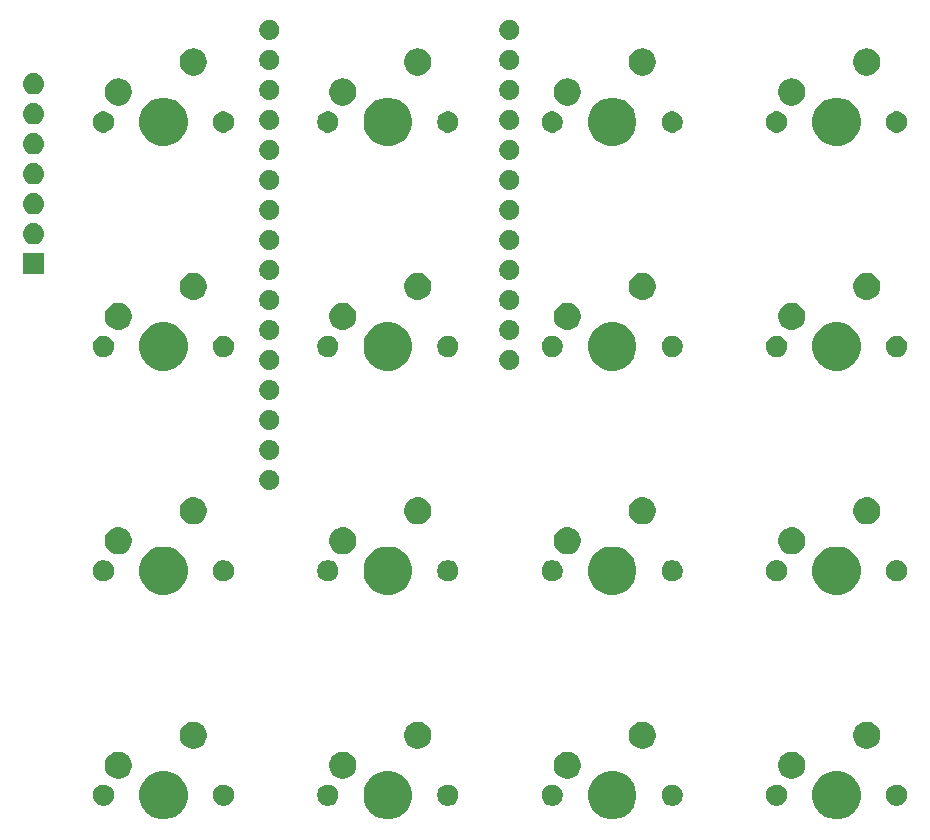
<source format=gbr>
G04 #@! TF.GenerationSoftware,KiCad,Pcbnew,(5.1.2-1)-1*
G04 #@! TF.CreationDate,2019-11-15T20:19:46-06:00*
G04 #@! TF.ProjectId,cherry-huzzah32,63686572-7279-42d6-9875-7a7a61683332,rev?*
G04 #@! TF.SameCoordinates,Original*
G04 #@! TF.FileFunction,Soldermask,Top*
G04 #@! TF.FilePolarity,Negative*
%FSLAX46Y46*%
G04 Gerber Fmt 4.6, Leading zero omitted, Abs format (unit mm)*
G04 Created by KiCad (PCBNEW (5.1.2-1)-1) date 2019-11-15 20:19:46*
%MOMM*%
%LPD*%
G04 APERTURE LIST*
%ADD10C,0.100000*%
G04 APERTURE END LIST*
D10*
G36*
X157598254Y-155027818D02*
G01*
X157971511Y-155182426D01*
X157971513Y-155182427D01*
X158307436Y-155406884D01*
X158593116Y-155692564D01*
X158817574Y-156028489D01*
X158972182Y-156401746D01*
X159051000Y-156797993D01*
X159051000Y-157202007D01*
X158972182Y-157598254D01*
X158817574Y-157971511D01*
X158817573Y-157971513D01*
X158593116Y-158307436D01*
X158307436Y-158593116D01*
X157971513Y-158817573D01*
X157971512Y-158817574D01*
X157971511Y-158817574D01*
X157598254Y-158972182D01*
X157202007Y-159051000D01*
X156797993Y-159051000D01*
X156401746Y-158972182D01*
X156028489Y-158817574D01*
X156028488Y-158817574D01*
X156028487Y-158817573D01*
X155692564Y-158593116D01*
X155406884Y-158307436D01*
X155182427Y-157971513D01*
X155182426Y-157971511D01*
X155027818Y-157598254D01*
X154949000Y-157202007D01*
X154949000Y-156797993D01*
X155027818Y-156401746D01*
X155182426Y-156028489D01*
X155406884Y-155692564D01*
X155692564Y-155406884D01*
X156028487Y-155182427D01*
X156028489Y-155182426D01*
X156401746Y-155027818D01*
X156797993Y-154949000D01*
X157202007Y-154949000D01*
X157598254Y-155027818D01*
X157598254Y-155027818D01*
G37*
G36*
X138598254Y-155027818D02*
G01*
X138971511Y-155182426D01*
X138971513Y-155182427D01*
X139307436Y-155406884D01*
X139593116Y-155692564D01*
X139817574Y-156028489D01*
X139972182Y-156401746D01*
X140051000Y-156797993D01*
X140051000Y-157202007D01*
X139972182Y-157598254D01*
X139817574Y-157971511D01*
X139817573Y-157971513D01*
X139593116Y-158307436D01*
X139307436Y-158593116D01*
X138971513Y-158817573D01*
X138971512Y-158817574D01*
X138971511Y-158817574D01*
X138598254Y-158972182D01*
X138202007Y-159051000D01*
X137797993Y-159051000D01*
X137401746Y-158972182D01*
X137028489Y-158817574D01*
X137028488Y-158817574D01*
X137028487Y-158817573D01*
X136692564Y-158593116D01*
X136406884Y-158307436D01*
X136182427Y-157971513D01*
X136182426Y-157971511D01*
X136027818Y-157598254D01*
X135949000Y-157202007D01*
X135949000Y-156797993D01*
X136027818Y-156401746D01*
X136182426Y-156028489D01*
X136406884Y-155692564D01*
X136692564Y-155406884D01*
X137028487Y-155182427D01*
X137028489Y-155182426D01*
X137401746Y-155027818D01*
X137797993Y-154949000D01*
X138202007Y-154949000D01*
X138598254Y-155027818D01*
X138598254Y-155027818D01*
G37*
G36*
X119598254Y-155027818D02*
G01*
X119971511Y-155182426D01*
X119971513Y-155182427D01*
X120307436Y-155406884D01*
X120593116Y-155692564D01*
X120817574Y-156028489D01*
X120972182Y-156401746D01*
X121051000Y-156797993D01*
X121051000Y-157202007D01*
X120972182Y-157598254D01*
X120817574Y-157971511D01*
X120817573Y-157971513D01*
X120593116Y-158307436D01*
X120307436Y-158593116D01*
X119971513Y-158817573D01*
X119971512Y-158817574D01*
X119971511Y-158817574D01*
X119598254Y-158972182D01*
X119202007Y-159051000D01*
X118797993Y-159051000D01*
X118401746Y-158972182D01*
X118028489Y-158817574D01*
X118028488Y-158817574D01*
X118028487Y-158817573D01*
X117692564Y-158593116D01*
X117406884Y-158307436D01*
X117182427Y-157971513D01*
X117182426Y-157971511D01*
X117027818Y-157598254D01*
X116949000Y-157202007D01*
X116949000Y-156797993D01*
X117027818Y-156401746D01*
X117182426Y-156028489D01*
X117406884Y-155692564D01*
X117692564Y-155406884D01*
X118028487Y-155182427D01*
X118028489Y-155182426D01*
X118401746Y-155027818D01*
X118797993Y-154949000D01*
X119202007Y-154949000D01*
X119598254Y-155027818D01*
X119598254Y-155027818D01*
G37*
G36*
X100598254Y-155027818D02*
G01*
X100971511Y-155182426D01*
X100971513Y-155182427D01*
X101307436Y-155406884D01*
X101593116Y-155692564D01*
X101817574Y-156028489D01*
X101972182Y-156401746D01*
X102051000Y-156797993D01*
X102051000Y-157202007D01*
X101972182Y-157598254D01*
X101817574Y-157971511D01*
X101817573Y-157971513D01*
X101593116Y-158307436D01*
X101307436Y-158593116D01*
X100971513Y-158817573D01*
X100971512Y-158817574D01*
X100971511Y-158817574D01*
X100598254Y-158972182D01*
X100202007Y-159051000D01*
X99797993Y-159051000D01*
X99401746Y-158972182D01*
X99028489Y-158817574D01*
X99028488Y-158817574D01*
X99028487Y-158817573D01*
X98692564Y-158593116D01*
X98406884Y-158307436D01*
X98182427Y-157971513D01*
X98182426Y-157971511D01*
X98027818Y-157598254D01*
X97949000Y-157202007D01*
X97949000Y-156797993D01*
X98027818Y-156401746D01*
X98182426Y-156028489D01*
X98406884Y-155692564D01*
X98692564Y-155406884D01*
X99028487Y-155182427D01*
X99028489Y-155182426D01*
X99401746Y-155027818D01*
X99797993Y-154949000D01*
X100202007Y-154949000D01*
X100598254Y-155027818D01*
X100598254Y-155027818D01*
G37*
G36*
X124193512Y-156103927D02*
G01*
X124342812Y-156133624D01*
X124506784Y-156201544D01*
X124654354Y-156300147D01*
X124779853Y-156425646D01*
X124878456Y-156573216D01*
X124946376Y-156737188D01*
X124981000Y-156911259D01*
X124981000Y-157088741D01*
X124946376Y-157262812D01*
X124878456Y-157426784D01*
X124779853Y-157574354D01*
X124654354Y-157699853D01*
X124506784Y-157798456D01*
X124342812Y-157866376D01*
X124193512Y-157896073D01*
X124168742Y-157901000D01*
X123991258Y-157901000D01*
X123966488Y-157896073D01*
X123817188Y-157866376D01*
X123653216Y-157798456D01*
X123505646Y-157699853D01*
X123380147Y-157574354D01*
X123281544Y-157426784D01*
X123213624Y-157262812D01*
X123179000Y-157088741D01*
X123179000Y-156911259D01*
X123213624Y-156737188D01*
X123281544Y-156573216D01*
X123380147Y-156425646D01*
X123505646Y-156300147D01*
X123653216Y-156201544D01*
X123817188Y-156133624D01*
X123966488Y-156103927D01*
X123991258Y-156099000D01*
X124168742Y-156099000D01*
X124193512Y-156103927D01*
X124193512Y-156103927D01*
G37*
G36*
X114033512Y-156103927D02*
G01*
X114182812Y-156133624D01*
X114346784Y-156201544D01*
X114494354Y-156300147D01*
X114619853Y-156425646D01*
X114718456Y-156573216D01*
X114786376Y-156737188D01*
X114821000Y-156911259D01*
X114821000Y-157088741D01*
X114786376Y-157262812D01*
X114718456Y-157426784D01*
X114619853Y-157574354D01*
X114494354Y-157699853D01*
X114346784Y-157798456D01*
X114182812Y-157866376D01*
X114033512Y-157896073D01*
X114008742Y-157901000D01*
X113831258Y-157901000D01*
X113806488Y-157896073D01*
X113657188Y-157866376D01*
X113493216Y-157798456D01*
X113345646Y-157699853D01*
X113220147Y-157574354D01*
X113121544Y-157426784D01*
X113053624Y-157262812D01*
X113019000Y-157088741D01*
X113019000Y-156911259D01*
X113053624Y-156737188D01*
X113121544Y-156573216D01*
X113220147Y-156425646D01*
X113345646Y-156300147D01*
X113493216Y-156201544D01*
X113657188Y-156133624D01*
X113806488Y-156103927D01*
X113831258Y-156099000D01*
X114008742Y-156099000D01*
X114033512Y-156103927D01*
X114033512Y-156103927D01*
G37*
G36*
X105193512Y-156103927D02*
G01*
X105342812Y-156133624D01*
X105506784Y-156201544D01*
X105654354Y-156300147D01*
X105779853Y-156425646D01*
X105878456Y-156573216D01*
X105946376Y-156737188D01*
X105981000Y-156911259D01*
X105981000Y-157088741D01*
X105946376Y-157262812D01*
X105878456Y-157426784D01*
X105779853Y-157574354D01*
X105654354Y-157699853D01*
X105506784Y-157798456D01*
X105342812Y-157866376D01*
X105193512Y-157896073D01*
X105168742Y-157901000D01*
X104991258Y-157901000D01*
X104966488Y-157896073D01*
X104817188Y-157866376D01*
X104653216Y-157798456D01*
X104505646Y-157699853D01*
X104380147Y-157574354D01*
X104281544Y-157426784D01*
X104213624Y-157262812D01*
X104179000Y-157088741D01*
X104179000Y-156911259D01*
X104213624Y-156737188D01*
X104281544Y-156573216D01*
X104380147Y-156425646D01*
X104505646Y-156300147D01*
X104653216Y-156201544D01*
X104817188Y-156133624D01*
X104966488Y-156103927D01*
X104991258Y-156099000D01*
X105168742Y-156099000D01*
X105193512Y-156103927D01*
X105193512Y-156103927D01*
G37*
G36*
X95033512Y-156103927D02*
G01*
X95182812Y-156133624D01*
X95346784Y-156201544D01*
X95494354Y-156300147D01*
X95619853Y-156425646D01*
X95718456Y-156573216D01*
X95786376Y-156737188D01*
X95821000Y-156911259D01*
X95821000Y-157088741D01*
X95786376Y-157262812D01*
X95718456Y-157426784D01*
X95619853Y-157574354D01*
X95494354Y-157699853D01*
X95346784Y-157798456D01*
X95182812Y-157866376D01*
X95033512Y-157896073D01*
X95008742Y-157901000D01*
X94831258Y-157901000D01*
X94806488Y-157896073D01*
X94657188Y-157866376D01*
X94493216Y-157798456D01*
X94345646Y-157699853D01*
X94220147Y-157574354D01*
X94121544Y-157426784D01*
X94053624Y-157262812D01*
X94019000Y-157088741D01*
X94019000Y-156911259D01*
X94053624Y-156737188D01*
X94121544Y-156573216D01*
X94220147Y-156425646D01*
X94345646Y-156300147D01*
X94493216Y-156201544D01*
X94657188Y-156133624D01*
X94806488Y-156103927D01*
X94831258Y-156099000D01*
X95008742Y-156099000D01*
X95033512Y-156103927D01*
X95033512Y-156103927D01*
G37*
G36*
X152033512Y-156103927D02*
G01*
X152182812Y-156133624D01*
X152346784Y-156201544D01*
X152494354Y-156300147D01*
X152619853Y-156425646D01*
X152718456Y-156573216D01*
X152786376Y-156737188D01*
X152821000Y-156911259D01*
X152821000Y-157088741D01*
X152786376Y-157262812D01*
X152718456Y-157426784D01*
X152619853Y-157574354D01*
X152494354Y-157699853D01*
X152346784Y-157798456D01*
X152182812Y-157866376D01*
X152033512Y-157896073D01*
X152008742Y-157901000D01*
X151831258Y-157901000D01*
X151806488Y-157896073D01*
X151657188Y-157866376D01*
X151493216Y-157798456D01*
X151345646Y-157699853D01*
X151220147Y-157574354D01*
X151121544Y-157426784D01*
X151053624Y-157262812D01*
X151019000Y-157088741D01*
X151019000Y-156911259D01*
X151053624Y-156737188D01*
X151121544Y-156573216D01*
X151220147Y-156425646D01*
X151345646Y-156300147D01*
X151493216Y-156201544D01*
X151657188Y-156133624D01*
X151806488Y-156103927D01*
X151831258Y-156099000D01*
X152008742Y-156099000D01*
X152033512Y-156103927D01*
X152033512Y-156103927D01*
G37*
G36*
X162193512Y-156103927D02*
G01*
X162342812Y-156133624D01*
X162506784Y-156201544D01*
X162654354Y-156300147D01*
X162779853Y-156425646D01*
X162878456Y-156573216D01*
X162946376Y-156737188D01*
X162981000Y-156911259D01*
X162981000Y-157088741D01*
X162946376Y-157262812D01*
X162878456Y-157426784D01*
X162779853Y-157574354D01*
X162654354Y-157699853D01*
X162506784Y-157798456D01*
X162342812Y-157866376D01*
X162193512Y-157896073D01*
X162168742Y-157901000D01*
X161991258Y-157901000D01*
X161966488Y-157896073D01*
X161817188Y-157866376D01*
X161653216Y-157798456D01*
X161505646Y-157699853D01*
X161380147Y-157574354D01*
X161281544Y-157426784D01*
X161213624Y-157262812D01*
X161179000Y-157088741D01*
X161179000Y-156911259D01*
X161213624Y-156737188D01*
X161281544Y-156573216D01*
X161380147Y-156425646D01*
X161505646Y-156300147D01*
X161653216Y-156201544D01*
X161817188Y-156133624D01*
X161966488Y-156103927D01*
X161991258Y-156099000D01*
X162168742Y-156099000D01*
X162193512Y-156103927D01*
X162193512Y-156103927D01*
G37*
G36*
X143193512Y-156103927D02*
G01*
X143342812Y-156133624D01*
X143506784Y-156201544D01*
X143654354Y-156300147D01*
X143779853Y-156425646D01*
X143878456Y-156573216D01*
X143946376Y-156737188D01*
X143981000Y-156911259D01*
X143981000Y-157088741D01*
X143946376Y-157262812D01*
X143878456Y-157426784D01*
X143779853Y-157574354D01*
X143654354Y-157699853D01*
X143506784Y-157798456D01*
X143342812Y-157866376D01*
X143193512Y-157896073D01*
X143168742Y-157901000D01*
X142991258Y-157901000D01*
X142966488Y-157896073D01*
X142817188Y-157866376D01*
X142653216Y-157798456D01*
X142505646Y-157699853D01*
X142380147Y-157574354D01*
X142281544Y-157426784D01*
X142213624Y-157262812D01*
X142179000Y-157088741D01*
X142179000Y-156911259D01*
X142213624Y-156737188D01*
X142281544Y-156573216D01*
X142380147Y-156425646D01*
X142505646Y-156300147D01*
X142653216Y-156201544D01*
X142817188Y-156133624D01*
X142966488Y-156103927D01*
X142991258Y-156099000D01*
X143168742Y-156099000D01*
X143193512Y-156103927D01*
X143193512Y-156103927D01*
G37*
G36*
X133033512Y-156103927D02*
G01*
X133182812Y-156133624D01*
X133346784Y-156201544D01*
X133494354Y-156300147D01*
X133619853Y-156425646D01*
X133718456Y-156573216D01*
X133786376Y-156737188D01*
X133821000Y-156911259D01*
X133821000Y-157088741D01*
X133786376Y-157262812D01*
X133718456Y-157426784D01*
X133619853Y-157574354D01*
X133494354Y-157699853D01*
X133346784Y-157798456D01*
X133182812Y-157866376D01*
X133033512Y-157896073D01*
X133008742Y-157901000D01*
X132831258Y-157901000D01*
X132806488Y-157896073D01*
X132657188Y-157866376D01*
X132493216Y-157798456D01*
X132345646Y-157699853D01*
X132220147Y-157574354D01*
X132121544Y-157426784D01*
X132053624Y-157262812D01*
X132019000Y-157088741D01*
X132019000Y-156911259D01*
X132053624Y-156737188D01*
X132121544Y-156573216D01*
X132220147Y-156425646D01*
X132345646Y-156300147D01*
X132493216Y-156201544D01*
X132657188Y-156133624D01*
X132806488Y-156103927D01*
X132831258Y-156099000D01*
X133008742Y-156099000D01*
X133033512Y-156103927D01*
X133033512Y-156103927D01*
G37*
G36*
X96414549Y-153331116D02*
G01*
X96525734Y-153353232D01*
X96735203Y-153439997D01*
X96923720Y-153565960D01*
X97084040Y-153726280D01*
X97210003Y-153914797D01*
X97296768Y-154124266D01*
X97341000Y-154346636D01*
X97341000Y-154573364D01*
X97296768Y-154795734D01*
X97210003Y-155005203D01*
X97084040Y-155193720D01*
X96923720Y-155354040D01*
X96735203Y-155480003D01*
X96525734Y-155566768D01*
X96414549Y-155588884D01*
X96303365Y-155611000D01*
X96076635Y-155611000D01*
X95965451Y-155588884D01*
X95854266Y-155566768D01*
X95644797Y-155480003D01*
X95456280Y-155354040D01*
X95295960Y-155193720D01*
X95169997Y-155005203D01*
X95083232Y-154795734D01*
X95039000Y-154573364D01*
X95039000Y-154346636D01*
X95083232Y-154124266D01*
X95169997Y-153914797D01*
X95295960Y-153726280D01*
X95456280Y-153565960D01*
X95644797Y-153439997D01*
X95854266Y-153353232D01*
X95965451Y-153331116D01*
X96076635Y-153309000D01*
X96303365Y-153309000D01*
X96414549Y-153331116D01*
X96414549Y-153331116D01*
G37*
G36*
X115414549Y-153331116D02*
G01*
X115525734Y-153353232D01*
X115735203Y-153439997D01*
X115923720Y-153565960D01*
X116084040Y-153726280D01*
X116210003Y-153914797D01*
X116296768Y-154124266D01*
X116341000Y-154346636D01*
X116341000Y-154573364D01*
X116296768Y-154795734D01*
X116210003Y-155005203D01*
X116084040Y-155193720D01*
X115923720Y-155354040D01*
X115735203Y-155480003D01*
X115525734Y-155566768D01*
X115414549Y-155588884D01*
X115303365Y-155611000D01*
X115076635Y-155611000D01*
X114965451Y-155588884D01*
X114854266Y-155566768D01*
X114644797Y-155480003D01*
X114456280Y-155354040D01*
X114295960Y-155193720D01*
X114169997Y-155005203D01*
X114083232Y-154795734D01*
X114039000Y-154573364D01*
X114039000Y-154346636D01*
X114083232Y-154124266D01*
X114169997Y-153914797D01*
X114295960Y-153726280D01*
X114456280Y-153565960D01*
X114644797Y-153439997D01*
X114854266Y-153353232D01*
X114965451Y-153331116D01*
X115076635Y-153309000D01*
X115303365Y-153309000D01*
X115414549Y-153331116D01*
X115414549Y-153331116D01*
G37*
G36*
X134414549Y-153331116D02*
G01*
X134525734Y-153353232D01*
X134735203Y-153439997D01*
X134923720Y-153565960D01*
X135084040Y-153726280D01*
X135210003Y-153914797D01*
X135296768Y-154124266D01*
X135341000Y-154346636D01*
X135341000Y-154573364D01*
X135296768Y-154795734D01*
X135210003Y-155005203D01*
X135084040Y-155193720D01*
X134923720Y-155354040D01*
X134735203Y-155480003D01*
X134525734Y-155566768D01*
X134414549Y-155588884D01*
X134303365Y-155611000D01*
X134076635Y-155611000D01*
X133965451Y-155588884D01*
X133854266Y-155566768D01*
X133644797Y-155480003D01*
X133456280Y-155354040D01*
X133295960Y-155193720D01*
X133169997Y-155005203D01*
X133083232Y-154795734D01*
X133039000Y-154573364D01*
X133039000Y-154346636D01*
X133083232Y-154124266D01*
X133169997Y-153914797D01*
X133295960Y-153726280D01*
X133456280Y-153565960D01*
X133644797Y-153439997D01*
X133854266Y-153353232D01*
X133965451Y-153331116D01*
X134076635Y-153309000D01*
X134303365Y-153309000D01*
X134414549Y-153331116D01*
X134414549Y-153331116D01*
G37*
G36*
X153414549Y-153331116D02*
G01*
X153525734Y-153353232D01*
X153735203Y-153439997D01*
X153923720Y-153565960D01*
X154084040Y-153726280D01*
X154210003Y-153914797D01*
X154296768Y-154124266D01*
X154341000Y-154346636D01*
X154341000Y-154573364D01*
X154296768Y-154795734D01*
X154210003Y-155005203D01*
X154084040Y-155193720D01*
X153923720Y-155354040D01*
X153735203Y-155480003D01*
X153525734Y-155566768D01*
X153414549Y-155588884D01*
X153303365Y-155611000D01*
X153076635Y-155611000D01*
X152965451Y-155588884D01*
X152854266Y-155566768D01*
X152644797Y-155480003D01*
X152456280Y-155354040D01*
X152295960Y-155193720D01*
X152169997Y-155005203D01*
X152083232Y-154795734D01*
X152039000Y-154573364D01*
X152039000Y-154346636D01*
X152083232Y-154124266D01*
X152169997Y-153914797D01*
X152295960Y-153726280D01*
X152456280Y-153565960D01*
X152644797Y-153439997D01*
X152854266Y-153353232D01*
X152965451Y-153331116D01*
X153076635Y-153309000D01*
X153303365Y-153309000D01*
X153414549Y-153331116D01*
X153414549Y-153331116D01*
G37*
G36*
X121764549Y-150791116D02*
G01*
X121875734Y-150813232D01*
X122085203Y-150899997D01*
X122273720Y-151025960D01*
X122434040Y-151186280D01*
X122560003Y-151374797D01*
X122646768Y-151584266D01*
X122691000Y-151806636D01*
X122691000Y-152033364D01*
X122646768Y-152255734D01*
X122560003Y-152465203D01*
X122434040Y-152653720D01*
X122273720Y-152814040D01*
X122085203Y-152940003D01*
X121875734Y-153026768D01*
X121764549Y-153048884D01*
X121653365Y-153071000D01*
X121426635Y-153071000D01*
X121315451Y-153048884D01*
X121204266Y-153026768D01*
X120994797Y-152940003D01*
X120806280Y-152814040D01*
X120645960Y-152653720D01*
X120519997Y-152465203D01*
X120433232Y-152255734D01*
X120389000Y-152033364D01*
X120389000Y-151806636D01*
X120433232Y-151584266D01*
X120519997Y-151374797D01*
X120645960Y-151186280D01*
X120806280Y-151025960D01*
X120994797Y-150899997D01*
X121204266Y-150813232D01*
X121315451Y-150791116D01*
X121426635Y-150769000D01*
X121653365Y-150769000D01*
X121764549Y-150791116D01*
X121764549Y-150791116D01*
G37*
G36*
X102764549Y-150791116D02*
G01*
X102875734Y-150813232D01*
X103085203Y-150899997D01*
X103273720Y-151025960D01*
X103434040Y-151186280D01*
X103560003Y-151374797D01*
X103646768Y-151584266D01*
X103691000Y-151806636D01*
X103691000Y-152033364D01*
X103646768Y-152255734D01*
X103560003Y-152465203D01*
X103434040Y-152653720D01*
X103273720Y-152814040D01*
X103085203Y-152940003D01*
X102875734Y-153026768D01*
X102764549Y-153048884D01*
X102653365Y-153071000D01*
X102426635Y-153071000D01*
X102315451Y-153048884D01*
X102204266Y-153026768D01*
X101994797Y-152940003D01*
X101806280Y-152814040D01*
X101645960Y-152653720D01*
X101519997Y-152465203D01*
X101433232Y-152255734D01*
X101389000Y-152033364D01*
X101389000Y-151806636D01*
X101433232Y-151584266D01*
X101519997Y-151374797D01*
X101645960Y-151186280D01*
X101806280Y-151025960D01*
X101994797Y-150899997D01*
X102204266Y-150813232D01*
X102315451Y-150791116D01*
X102426635Y-150769000D01*
X102653365Y-150769000D01*
X102764549Y-150791116D01*
X102764549Y-150791116D01*
G37*
G36*
X140764549Y-150791116D02*
G01*
X140875734Y-150813232D01*
X141085203Y-150899997D01*
X141273720Y-151025960D01*
X141434040Y-151186280D01*
X141560003Y-151374797D01*
X141646768Y-151584266D01*
X141691000Y-151806636D01*
X141691000Y-152033364D01*
X141646768Y-152255734D01*
X141560003Y-152465203D01*
X141434040Y-152653720D01*
X141273720Y-152814040D01*
X141085203Y-152940003D01*
X140875734Y-153026768D01*
X140764549Y-153048884D01*
X140653365Y-153071000D01*
X140426635Y-153071000D01*
X140315451Y-153048884D01*
X140204266Y-153026768D01*
X139994797Y-152940003D01*
X139806280Y-152814040D01*
X139645960Y-152653720D01*
X139519997Y-152465203D01*
X139433232Y-152255734D01*
X139389000Y-152033364D01*
X139389000Y-151806636D01*
X139433232Y-151584266D01*
X139519997Y-151374797D01*
X139645960Y-151186280D01*
X139806280Y-151025960D01*
X139994797Y-150899997D01*
X140204266Y-150813232D01*
X140315451Y-150791116D01*
X140426635Y-150769000D01*
X140653365Y-150769000D01*
X140764549Y-150791116D01*
X140764549Y-150791116D01*
G37*
G36*
X159764549Y-150791116D02*
G01*
X159875734Y-150813232D01*
X160085203Y-150899997D01*
X160273720Y-151025960D01*
X160434040Y-151186280D01*
X160560003Y-151374797D01*
X160646768Y-151584266D01*
X160691000Y-151806636D01*
X160691000Y-152033364D01*
X160646768Y-152255734D01*
X160560003Y-152465203D01*
X160434040Y-152653720D01*
X160273720Y-152814040D01*
X160085203Y-152940003D01*
X159875734Y-153026768D01*
X159764549Y-153048884D01*
X159653365Y-153071000D01*
X159426635Y-153071000D01*
X159315451Y-153048884D01*
X159204266Y-153026768D01*
X158994797Y-152940003D01*
X158806280Y-152814040D01*
X158645960Y-152653720D01*
X158519997Y-152465203D01*
X158433232Y-152255734D01*
X158389000Y-152033364D01*
X158389000Y-151806636D01*
X158433232Y-151584266D01*
X158519997Y-151374797D01*
X158645960Y-151186280D01*
X158806280Y-151025960D01*
X158994797Y-150899997D01*
X159204266Y-150813232D01*
X159315451Y-150791116D01*
X159426635Y-150769000D01*
X159653365Y-150769000D01*
X159764549Y-150791116D01*
X159764549Y-150791116D01*
G37*
G36*
X157598254Y-136027818D02*
G01*
X157971511Y-136182426D01*
X157971513Y-136182427D01*
X158307436Y-136406884D01*
X158593116Y-136692564D01*
X158817574Y-137028489D01*
X158972182Y-137401746D01*
X159051000Y-137797993D01*
X159051000Y-138202007D01*
X158972182Y-138598254D01*
X158817574Y-138971511D01*
X158817573Y-138971513D01*
X158593116Y-139307436D01*
X158307436Y-139593116D01*
X157971513Y-139817573D01*
X157971512Y-139817574D01*
X157971511Y-139817574D01*
X157598254Y-139972182D01*
X157202007Y-140051000D01*
X156797993Y-140051000D01*
X156401746Y-139972182D01*
X156028489Y-139817574D01*
X156028488Y-139817574D01*
X156028487Y-139817573D01*
X155692564Y-139593116D01*
X155406884Y-139307436D01*
X155182427Y-138971513D01*
X155182426Y-138971511D01*
X155027818Y-138598254D01*
X154949000Y-138202007D01*
X154949000Y-137797993D01*
X155027818Y-137401746D01*
X155182426Y-137028489D01*
X155406884Y-136692564D01*
X155692564Y-136406884D01*
X156028487Y-136182427D01*
X156028489Y-136182426D01*
X156401746Y-136027818D01*
X156797993Y-135949000D01*
X157202007Y-135949000D01*
X157598254Y-136027818D01*
X157598254Y-136027818D01*
G37*
G36*
X100598254Y-136027818D02*
G01*
X100971511Y-136182426D01*
X100971513Y-136182427D01*
X101307436Y-136406884D01*
X101593116Y-136692564D01*
X101817574Y-137028489D01*
X101972182Y-137401746D01*
X102051000Y-137797993D01*
X102051000Y-138202007D01*
X101972182Y-138598254D01*
X101817574Y-138971511D01*
X101817573Y-138971513D01*
X101593116Y-139307436D01*
X101307436Y-139593116D01*
X100971513Y-139817573D01*
X100971512Y-139817574D01*
X100971511Y-139817574D01*
X100598254Y-139972182D01*
X100202007Y-140051000D01*
X99797993Y-140051000D01*
X99401746Y-139972182D01*
X99028489Y-139817574D01*
X99028488Y-139817574D01*
X99028487Y-139817573D01*
X98692564Y-139593116D01*
X98406884Y-139307436D01*
X98182427Y-138971513D01*
X98182426Y-138971511D01*
X98027818Y-138598254D01*
X97949000Y-138202007D01*
X97949000Y-137797993D01*
X98027818Y-137401746D01*
X98182426Y-137028489D01*
X98406884Y-136692564D01*
X98692564Y-136406884D01*
X99028487Y-136182427D01*
X99028489Y-136182426D01*
X99401746Y-136027818D01*
X99797993Y-135949000D01*
X100202007Y-135949000D01*
X100598254Y-136027818D01*
X100598254Y-136027818D01*
G37*
G36*
X119598254Y-136027818D02*
G01*
X119971511Y-136182426D01*
X119971513Y-136182427D01*
X120307436Y-136406884D01*
X120593116Y-136692564D01*
X120817574Y-137028489D01*
X120972182Y-137401746D01*
X121051000Y-137797993D01*
X121051000Y-138202007D01*
X120972182Y-138598254D01*
X120817574Y-138971511D01*
X120817573Y-138971513D01*
X120593116Y-139307436D01*
X120307436Y-139593116D01*
X119971513Y-139817573D01*
X119971512Y-139817574D01*
X119971511Y-139817574D01*
X119598254Y-139972182D01*
X119202007Y-140051000D01*
X118797993Y-140051000D01*
X118401746Y-139972182D01*
X118028489Y-139817574D01*
X118028488Y-139817574D01*
X118028487Y-139817573D01*
X117692564Y-139593116D01*
X117406884Y-139307436D01*
X117182427Y-138971513D01*
X117182426Y-138971511D01*
X117027818Y-138598254D01*
X116949000Y-138202007D01*
X116949000Y-137797993D01*
X117027818Y-137401746D01*
X117182426Y-137028489D01*
X117406884Y-136692564D01*
X117692564Y-136406884D01*
X118028487Y-136182427D01*
X118028489Y-136182426D01*
X118401746Y-136027818D01*
X118797993Y-135949000D01*
X119202007Y-135949000D01*
X119598254Y-136027818D01*
X119598254Y-136027818D01*
G37*
G36*
X138598254Y-136027818D02*
G01*
X138971511Y-136182426D01*
X138971513Y-136182427D01*
X139307436Y-136406884D01*
X139593116Y-136692564D01*
X139817574Y-137028489D01*
X139972182Y-137401746D01*
X140051000Y-137797993D01*
X140051000Y-138202007D01*
X139972182Y-138598254D01*
X139817574Y-138971511D01*
X139817573Y-138971513D01*
X139593116Y-139307436D01*
X139307436Y-139593116D01*
X138971513Y-139817573D01*
X138971512Y-139817574D01*
X138971511Y-139817574D01*
X138598254Y-139972182D01*
X138202007Y-140051000D01*
X137797993Y-140051000D01*
X137401746Y-139972182D01*
X137028489Y-139817574D01*
X137028488Y-139817574D01*
X137028487Y-139817573D01*
X136692564Y-139593116D01*
X136406884Y-139307436D01*
X136182427Y-138971513D01*
X136182426Y-138971511D01*
X136027818Y-138598254D01*
X135949000Y-138202007D01*
X135949000Y-137797993D01*
X136027818Y-137401746D01*
X136182426Y-137028489D01*
X136406884Y-136692564D01*
X136692564Y-136406884D01*
X137028487Y-136182427D01*
X137028489Y-136182426D01*
X137401746Y-136027818D01*
X137797993Y-135949000D01*
X138202007Y-135949000D01*
X138598254Y-136027818D01*
X138598254Y-136027818D01*
G37*
G36*
X143193512Y-137103927D02*
G01*
X143342812Y-137133624D01*
X143506784Y-137201544D01*
X143654354Y-137300147D01*
X143779853Y-137425646D01*
X143878456Y-137573216D01*
X143946376Y-137737188D01*
X143981000Y-137911259D01*
X143981000Y-138088741D01*
X143946376Y-138262812D01*
X143878456Y-138426784D01*
X143779853Y-138574354D01*
X143654354Y-138699853D01*
X143506784Y-138798456D01*
X143342812Y-138866376D01*
X143193512Y-138896073D01*
X143168742Y-138901000D01*
X142991258Y-138901000D01*
X142966488Y-138896073D01*
X142817188Y-138866376D01*
X142653216Y-138798456D01*
X142505646Y-138699853D01*
X142380147Y-138574354D01*
X142281544Y-138426784D01*
X142213624Y-138262812D01*
X142179000Y-138088741D01*
X142179000Y-137911259D01*
X142213624Y-137737188D01*
X142281544Y-137573216D01*
X142380147Y-137425646D01*
X142505646Y-137300147D01*
X142653216Y-137201544D01*
X142817188Y-137133624D01*
X142966488Y-137103927D01*
X142991258Y-137099000D01*
X143168742Y-137099000D01*
X143193512Y-137103927D01*
X143193512Y-137103927D01*
G37*
G36*
X133033512Y-137103927D02*
G01*
X133182812Y-137133624D01*
X133346784Y-137201544D01*
X133494354Y-137300147D01*
X133619853Y-137425646D01*
X133718456Y-137573216D01*
X133786376Y-137737188D01*
X133821000Y-137911259D01*
X133821000Y-138088741D01*
X133786376Y-138262812D01*
X133718456Y-138426784D01*
X133619853Y-138574354D01*
X133494354Y-138699853D01*
X133346784Y-138798456D01*
X133182812Y-138866376D01*
X133033512Y-138896073D01*
X133008742Y-138901000D01*
X132831258Y-138901000D01*
X132806488Y-138896073D01*
X132657188Y-138866376D01*
X132493216Y-138798456D01*
X132345646Y-138699853D01*
X132220147Y-138574354D01*
X132121544Y-138426784D01*
X132053624Y-138262812D01*
X132019000Y-138088741D01*
X132019000Y-137911259D01*
X132053624Y-137737188D01*
X132121544Y-137573216D01*
X132220147Y-137425646D01*
X132345646Y-137300147D01*
X132493216Y-137201544D01*
X132657188Y-137133624D01*
X132806488Y-137103927D01*
X132831258Y-137099000D01*
X133008742Y-137099000D01*
X133033512Y-137103927D01*
X133033512Y-137103927D01*
G37*
G36*
X124193512Y-137103927D02*
G01*
X124342812Y-137133624D01*
X124506784Y-137201544D01*
X124654354Y-137300147D01*
X124779853Y-137425646D01*
X124878456Y-137573216D01*
X124946376Y-137737188D01*
X124981000Y-137911259D01*
X124981000Y-138088741D01*
X124946376Y-138262812D01*
X124878456Y-138426784D01*
X124779853Y-138574354D01*
X124654354Y-138699853D01*
X124506784Y-138798456D01*
X124342812Y-138866376D01*
X124193512Y-138896073D01*
X124168742Y-138901000D01*
X123991258Y-138901000D01*
X123966488Y-138896073D01*
X123817188Y-138866376D01*
X123653216Y-138798456D01*
X123505646Y-138699853D01*
X123380147Y-138574354D01*
X123281544Y-138426784D01*
X123213624Y-138262812D01*
X123179000Y-138088741D01*
X123179000Y-137911259D01*
X123213624Y-137737188D01*
X123281544Y-137573216D01*
X123380147Y-137425646D01*
X123505646Y-137300147D01*
X123653216Y-137201544D01*
X123817188Y-137133624D01*
X123966488Y-137103927D01*
X123991258Y-137099000D01*
X124168742Y-137099000D01*
X124193512Y-137103927D01*
X124193512Y-137103927D01*
G37*
G36*
X114033512Y-137103927D02*
G01*
X114182812Y-137133624D01*
X114346784Y-137201544D01*
X114494354Y-137300147D01*
X114619853Y-137425646D01*
X114718456Y-137573216D01*
X114786376Y-137737188D01*
X114821000Y-137911259D01*
X114821000Y-138088741D01*
X114786376Y-138262812D01*
X114718456Y-138426784D01*
X114619853Y-138574354D01*
X114494354Y-138699853D01*
X114346784Y-138798456D01*
X114182812Y-138866376D01*
X114033512Y-138896073D01*
X114008742Y-138901000D01*
X113831258Y-138901000D01*
X113806488Y-138896073D01*
X113657188Y-138866376D01*
X113493216Y-138798456D01*
X113345646Y-138699853D01*
X113220147Y-138574354D01*
X113121544Y-138426784D01*
X113053624Y-138262812D01*
X113019000Y-138088741D01*
X113019000Y-137911259D01*
X113053624Y-137737188D01*
X113121544Y-137573216D01*
X113220147Y-137425646D01*
X113345646Y-137300147D01*
X113493216Y-137201544D01*
X113657188Y-137133624D01*
X113806488Y-137103927D01*
X113831258Y-137099000D01*
X114008742Y-137099000D01*
X114033512Y-137103927D01*
X114033512Y-137103927D01*
G37*
G36*
X105193512Y-137103927D02*
G01*
X105342812Y-137133624D01*
X105506784Y-137201544D01*
X105654354Y-137300147D01*
X105779853Y-137425646D01*
X105878456Y-137573216D01*
X105946376Y-137737188D01*
X105981000Y-137911259D01*
X105981000Y-138088741D01*
X105946376Y-138262812D01*
X105878456Y-138426784D01*
X105779853Y-138574354D01*
X105654354Y-138699853D01*
X105506784Y-138798456D01*
X105342812Y-138866376D01*
X105193512Y-138896073D01*
X105168742Y-138901000D01*
X104991258Y-138901000D01*
X104966488Y-138896073D01*
X104817188Y-138866376D01*
X104653216Y-138798456D01*
X104505646Y-138699853D01*
X104380147Y-138574354D01*
X104281544Y-138426784D01*
X104213624Y-138262812D01*
X104179000Y-138088741D01*
X104179000Y-137911259D01*
X104213624Y-137737188D01*
X104281544Y-137573216D01*
X104380147Y-137425646D01*
X104505646Y-137300147D01*
X104653216Y-137201544D01*
X104817188Y-137133624D01*
X104966488Y-137103927D01*
X104991258Y-137099000D01*
X105168742Y-137099000D01*
X105193512Y-137103927D01*
X105193512Y-137103927D01*
G37*
G36*
X95033512Y-137103927D02*
G01*
X95182812Y-137133624D01*
X95346784Y-137201544D01*
X95494354Y-137300147D01*
X95619853Y-137425646D01*
X95718456Y-137573216D01*
X95786376Y-137737188D01*
X95821000Y-137911259D01*
X95821000Y-138088741D01*
X95786376Y-138262812D01*
X95718456Y-138426784D01*
X95619853Y-138574354D01*
X95494354Y-138699853D01*
X95346784Y-138798456D01*
X95182812Y-138866376D01*
X95033512Y-138896073D01*
X95008742Y-138901000D01*
X94831258Y-138901000D01*
X94806488Y-138896073D01*
X94657188Y-138866376D01*
X94493216Y-138798456D01*
X94345646Y-138699853D01*
X94220147Y-138574354D01*
X94121544Y-138426784D01*
X94053624Y-138262812D01*
X94019000Y-138088741D01*
X94019000Y-137911259D01*
X94053624Y-137737188D01*
X94121544Y-137573216D01*
X94220147Y-137425646D01*
X94345646Y-137300147D01*
X94493216Y-137201544D01*
X94657188Y-137133624D01*
X94806488Y-137103927D01*
X94831258Y-137099000D01*
X95008742Y-137099000D01*
X95033512Y-137103927D01*
X95033512Y-137103927D01*
G37*
G36*
X152033512Y-137103927D02*
G01*
X152182812Y-137133624D01*
X152346784Y-137201544D01*
X152494354Y-137300147D01*
X152619853Y-137425646D01*
X152718456Y-137573216D01*
X152786376Y-137737188D01*
X152821000Y-137911259D01*
X152821000Y-138088741D01*
X152786376Y-138262812D01*
X152718456Y-138426784D01*
X152619853Y-138574354D01*
X152494354Y-138699853D01*
X152346784Y-138798456D01*
X152182812Y-138866376D01*
X152033512Y-138896073D01*
X152008742Y-138901000D01*
X151831258Y-138901000D01*
X151806488Y-138896073D01*
X151657188Y-138866376D01*
X151493216Y-138798456D01*
X151345646Y-138699853D01*
X151220147Y-138574354D01*
X151121544Y-138426784D01*
X151053624Y-138262812D01*
X151019000Y-138088741D01*
X151019000Y-137911259D01*
X151053624Y-137737188D01*
X151121544Y-137573216D01*
X151220147Y-137425646D01*
X151345646Y-137300147D01*
X151493216Y-137201544D01*
X151657188Y-137133624D01*
X151806488Y-137103927D01*
X151831258Y-137099000D01*
X152008742Y-137099000D01*
X152033512Y-137103927D01*
X152033512Y-137103927D01*
G37*
G36*
X162193512Y-137103927D02*
G01*
X162342812Y-137133624D01*
X162506784Y-137201544D01*
X162654354Y-137300147D01*
X162779853Y-137425646D01*
X162878456Y-137573216D01*
X162946376Y-137737188D01*
X162981000Y-137911259D01*
X162981000Y-138088741D01*
X162946376Y-138262812D01*
X162878456Y-138426784D01*
X162779853Y-138574354D01*
X162654354Y-138699853D01*
X162506784Y-138798456D01*
X162342812Y-138866376D01*
X162193512Y-138896073D01*
X162168742Y-138901000D01*
X161991258Y-138901000D01*
X161966488Y-138896073D01*
X161817188Y-138866376D01*
X161653216Y-138798456D01*
X161505646Y-138699853D01*
X161380147Y-138574354D01*
X161281544Y-138426784D01*
X161213624Y-138262812D01*
X161179000Y-138088741D01*
X161179000Y-137911259D01*
X161213624Y-137737188D01*
X161281544Y-137573216D01*
X161380147Y-137425646D01*
X161505646Y-137300147D01*
X161653216Y-137201544D01*
X161817188Y-137133624D01*
X161966488Y-137103927D01*
X161991258Y-137099000D01*
X162168742Y-137099000D01*
X162193512Y-137103927D01*
X162193512Y-137103927D01*
G37*
G36*
X134414549Y-134331116D02*
G01*
X134525734Y-134353232D01*
X134735203Y-134439997D01*
X134923720Y-134565960D01*
X135084040Y-134726280D01*
X135210003Y-134914797D01*
X135296768Y-135124266D01*
X135341000Y-135346636D01*
X135341000Y-135573364D01*
X135296768Y-135795734D01*
X135210003Y-136005203D01*
X135084040Y-136193720D01*
X134923720Y-136354040D01*
X134735203Y-136480003D01*
X134525734Y-136566768D01*
X134414549Y-136588884D01*
X134303365Y-136611000D01*
X134076635Y-136611000D01*
X133965451Y-136588884D01*
X133854266Y-136566768D01*
X133644797Y-136480003D01*
X133456280Y-136354040D01*
X133295960Y-136193720D01*
X133169997Y-136005203D01*
X133083232Y-135795734D01*
X133039000Y-135573364D01*
X133039000Y-135346636D01*
X133083232Y-135124266D01*
X133169997Y-134914797D01*
X133295960Y-134726280D01*
X133456280Y-134565960D01*
X133644797Y-134439997D01*
X133854266Y-134353232D01*
X133965451Y-134331116D01*
X134076635Y-134309000D01*
X134303365Y-134309000D01*
X134414549Y-134331116D01*
X134414549Y-134331116D01*
G37*
G36*
X153414549Y-134331116D02*
G01*
X153525734Y-134353232D01*
X153735203Y-134439997D01*
X153923720Y-134565960D01*
X154084040Y-134726280D01*
X154210003Y-134914797D01*
X154296768Y-135124266D01*
X154341000Y-135346636D01*
X154341000Y-135573364D01*
X154296768Y-135795734D01*
X154210003Y-136005203D01*
X154084040Y-136193720D01*
X153923720Y-136354040D01*
X153735203Y-136480003D01*
X153525734Y-136566768D01*
X153414549Y-136588884D01*
X153303365Y-136611000D01*
X153076635Y-136611000D01*
X152965451Y-136588884D01*
X152854266Y-136566768D01*
X152644797Y-136480003D01*
X152456280Y-136354040D01*
X152295960Y-136193720D01*
X152169997Y-136005203D01*
X152083232Y-135795734D01*
X152039000Y-135573364D01*
X152039000Y-135346636D01*
X152083232Y-135124266D01*
X152169997Y-134914797D01*
X152295960Y-134726280D01*
X152456280Y-134565960D01*
X152644797Y-134439997D01*
X152854266Y-134353232D01*
X152965451Y-134331116D01*
X153076635Y-134309000D01*
X153303365Y-134309000D01*
X153414549Y-134331116D01*
X153414549Y-134331116D01*
G37*
G36*
X96414549Y-134331116D02*
G01*
X96525734Y-134353232D01*
X96735203Y-134439997D01*
X96923720Y-134565960D01*
X97084040Y-134726280D01*
X97210003Y-134914797D01*
X97296768Y-135124266D01*
X97341000Y-135346636D01*
X97341000Y-135573364D01*
X97296768Y-135795734D01*
X97210003Y-136005203D01*
X97084040Y-136193720D01*
X96923720Y-136354040D01*
X96735203Y-136480003D01*
X96525734Y-136566768D01*
X96414549Y-136588884D01*
X96303365Y-136611000D01*
X96076635Y-136611000D01*
X95965451Y-136588884D01*
X95854266Y-136566768D01*
X95644797Y-136480003D01*
X95456280Y-136354040D01*
X95295960Y-136193720D01*
X95169997Y-136005203D01*
X95083232Y-135795734D01*
X95039000Y-135573364D01*
X95039000Y-135346636D01*
X95083232Y-135124266D01*
X95169997Y-134914797D01*
X95295960Y-134726280D01*
X95456280Y-134565960D01*
X95644797Y-134439997D01*
X95854266Y-134353232D01*
X95965451Y-134331116D01*
X96076635Y-134309000D01*
X96303365Y-134309000D01*
X96414549Y-134331116D01*
X96414549Y-134331116D01*
G37*
G36*
X115414549Y-134331116D02*
G01*
X115525734Y-134353232D01*
X115735203Y-134439997D01*
X115923720Y-134565960D01*
X116084040Y-134726280D01*
X116210003Y-134914797D01*
X116296768Y-135124266D01*
X116341000Y-135346636D01*
X116341000Y-135573364D01*
X116296768Y-135795734D01*
X116210003Y-136005203D01*
X116084040Y-136193720D01*
X115923720Y-136354040D01*
X115735203Y-136480003D01*
X115525734Y-136566768D01*
X115414549Y-136588884D01*
X115303365Y-136611000D01*
X115076635Y-136611000D01*
X114965451Y-136588884D01*
X114854266Y-136566768D01*
X114644797Y-136480003D01*
X114456280Y-136354040D01*
X114295960Y-136193720D01*
X114169997Y-136005203D01*
X114083232Y-135795734D01*
X114039000Y-135573364D01*
X114039000Y-135346636D01*
X114083232Y-135124266D01*
X114169997Y-134914797D01*
X114295960Y-134726280D01*
X114456280Y-134565960D01*
X114644797Y-134439997D01*
X114854266Y-134353232D01*
X114965451Y-134331116D01*
X115076635Y-134309000D01*
X115303365Y-134309000D01*
X115414549Y-134331116D01*
X115414549Y-134331116D01*
G37*
G36*
X102764549Y-131791116D02*
G01*
X102875734Y-131813232D01*
X103085203Y-131899997D01*
X103273720Y-132025960D01*
X103434040Y-132186280D01*
X103560003Y-132374797D01*
X103646768Y-132584266D01*
X103691000Y-132806636D01*
X103691000Y-133033364D01*
X103646768Y-133255734D01*
X103560003Y-133465203D01*
X103434040Y-133653720D01*
X103273720Y-133814040D01*
X103085203Y-133940003D01*
X102875734Y-134026768D01*
X102764549Y-134048884D01*
X102653365Y-134071000D01*
X102426635Y-134071000D01*
X102315451Y-134048884D01*
X102204266Y-134026768D01*
X101994797Y-133940003D01*
X101806280Y-133814040D01*
X101645960Y-133653720D01*
X101519997Y-133465203D01*
X101433232Y-133255734D01*
X101389000Y-133033364D01*
X101389000Y-132806636D01*
X101433232Y-132584266D01*
X101519997Y-132374797D01*
X101645960Y-132186280D01*
X101806280Y-132025960D01*
X101994797Y-131899997D01*
X102204266Y-131813232D01*
X102315451Y-131791116D01*
X102426635Y-131769000D01*
X102653365Y-131769000D01*
X102764549Y-131791116D01*
X102764549Y-131791116D01*
G37*
G36*
X159764549Y-131791116D02*
G01*
X159875734Y-131813232D01*
X160085203Y-131899997D01*
X160273720Y-132025960D01*
X160434040Y-132186280D01*
X160560003Y-132374797D01*
X160646768Y-132584266D01*
X160691000Y-132806636D01*
X160691000Y-133033364D01*
X160646768Y-133255734D01*
X160560003Y-133465203D01*
X160434040Y-133653720D01*
X160273720Y-133814040D01*
X160085203Y-133940003D01*
X159875734Y-134026768D01*
X159764549Y-134048884D01*
X159653365Y-134071000D01*
X159426635Y-134071000D01*
X159315451Y-134048884D01*
X159204266Y-134026768D01*
X158994797Y-133940003D01*
X158806280Y-133814040D01*
X158645960Y-133653720D01*
X158519997Y-133465203D01*
X158433232Y-133255734D01*
X158389000Y-133033364D01*
X158389000Y-132806636D01*
X158433232Y-132584266D01*
X158519997Y-132374797D01*
X158645960Y-132186280D01*
X158806280Y-132025960D01*
X158994797Y-131899997D01*
X159204266Y-131813232D01*
X159315451Y-131791116D01*
X159426635Y-131769000D01*
X159653365Y-131769000D01*
X159764549Y-131791116D01*
X159764549Y-131791116D01*
G37*
G36*
X121764549Y-131791116D02*
G01*
X121875734Y-131813232D01*
X122085203Y-131899997D01*
X122273720Y-132025960D01*
X122434040Y-132186280D01*
X122560003Y-132374797D01*
X122646768Y-132584266D01*
X122691000Y-132806636D01*
X122691000Y-133033364D01*
X122646768Y-133255734D01*
X122560003Y-133465203D01*
X122434040Y-133653720D01*
X122273720Y-133814040D01*
X122085203Y-133940003D01*
X121875734Y-134026768D01*
X121764549Y-134048884D01*
X121653365Y-134071000D01*
X121426635Y-134071000D01*
X121315451Y-134048884D01*
X121204266Y-134026768D01*
X120994797Y-133940003D01*
X120806280Y-133814040D01*
X120645960Y-133653720D01*
X120519997Y-133465203D01*
X120433232Y-133255734D01*
X120389000Y-133033364D01*
X120389000Y-132806636D01*
X120433232Y-132584266D01*
X120519997Y-132374797D01*
X120645960Y-132186280D01*
X120806280Y-132025960D01*
X120994797Y-131899997D01*
X121204266Y-131813232D01*
X121315451Y-131791116D01*
X121426635Y-131769000D01*
X121653365Y-131769000D01*
X121764549Y-131791116D01*
X121764549Y-131791116D01*
G37*
G36*
X140764549Y-131791116D02*
G01*
X140875734Y-131813232D01*
X141085203Y-131899997D01*
X141273720Y-132025960D01*
X141434040Y-132186280D01*
X141560003Y-132374797D01*
X141646768Y-132584266D01*
X141691000Y-132806636D01*
X141691000Y-133033364D01*
X141646768Y-133255734D01*
X141560003Y-133465203D01*
X141434040Y-133653720D01*
X141273720Y-133814040D01*
X141085203Y-133940003D01*
X140875734Y-134026768D01*
X140764549Y-134048884D01*
X140653365Y-134071000D01*
X140426635Y-134071000D01*
X140315451Y-134048884D01*
X140204266Y-134026768D01*
X139994797Y-133940003D01*
X139806280Y-133814040D01*
X139645960Y-133653720D01*
X139519997Y-133465203D01*
X139433232Y-133255734D01*
X139389000Y-133033364D01*
X139389000Y-132806636D01*
X139433232Y-132584266D01*
X139519997Y-132374797D01*
X139645960Y-132186280D01*
X139806280Y-132025960D01*
X139994797Y-131899997D01*
X140204266Y-131813232D01*
X140315451Y-131791116D01*
X140426635Y-131769000D01*
X140653365Y-131769000D01*
X140764549Y-131791116D01*
X140764549Y-131791116D01*
G37*
G36*
X109129525Y-129479905D02*
G01*
X109210494Y-129496011D01*
X109286765Y-129527604D01*
X109363038Y-129559197D01*
X109499397Y-129650309D01*
X109500322Y-129650927D01*
X109617073Y-129767678D01*
X109617075Y-129767681D01*
X109708803Y-129904962D01*
X109771989Y-130057507D01*
X109804200Y-130219443D01*
X109804200Y-130384557D01*
X109771989Y-130546493D01*
X109708803Y-130699038D01*
X109617691Y-130835397D01*
X109617073Y-130836322D01*
X109500322Y-130953073D01*
X109500319Y-130953075D01*
X109363038Y-131044803D01*
X109210494Y-131107989D01*
X109129525Y-131124094D01*
X109048557Y-131140200D01*
X108883443Y-131140200D01*
X108802475Y-131124094D01*
X108721506Y-131107989D01*
X108568962Y-131044803D01*
X108431681Y-130953075D01*
X108431678Y-130953073D01*
X108314927Y-130836322D01*
X108314309Y-130835397D01*
X108223197Y-130699038D01*
X108160011Y-130546493D01*
X108127800Y-130384557D01*
X108127800Y-130219443D01*
X108160011Y-130057507D01*
X108223197Y-129904962D01*
X108314925Y-129767681D01*
X108314927Y-129767678D01*
X108431678Y-129650927D01*
X108432603Y-129650309D01*
X108568962Y-129559197D01*
X108645235Y-129527604D01*
X108721506Y-129496011D01*
X108802475Y-129479905D01*
X108883443Y-129463800D01*
X109048557Y-129463800D01*
X109129525Y-129479905D01*
X109129525Y-129479905D01*
G37*
G36*
X109129525Y-126939905D02*
G01*
X109210494Y-126956011D01*
X109286765Y-126987604D01*
X109363038Y-127019197D01*
X109499397Y-127110309D01*
X109500322Y-127110927D01*
X109617073Y-127227678D01*
X109617075Y-127227681D01*
X109708803Y-127364962D01*
X109771989Y-127517507D01*
X109804200Y-127679443D01*
X109804200Y-127844557D01*
X109771989Y-128006493D01*
X109708803Y-128159038D01*
X109617691Y-128295397D01*
X109617073Y-128296322D01*
X109500322Y-128413073D01*
X109500319Y-128413075D01*
X109363038Y-128504803D01*
X109210494Y-128567989D01*
X109129525Y-128584094D01*
X109048557Y-128600200D01*
X108883443Y-128600200D01*
X108802475Y-128584094D01*
X108721506Y-128567989D01*
X108568962Y-128504803D01*
X108431681Y-128413075D01*
X108431678Y-128413073D01*
X108314927Y-128296322D01*
X108314309Y-128295397D01*
X108223197Y-128159038D01*
X108160011Y-128006493D01*
X108127800Y-127844557D01*
X108127800Y-127679443D01*
X108160011Y-127517507D01*
X108223197Y-127364962D01*
X108314925Y-127227681D01*
X108314927Y-127227678D01*
X108431678Y-127110927D01*
X108432603Y-127110309D01*
X108568962Y-127019197D01*
X108645235Y-126987604D01*
X108721506Y-126956011D01*
X108802475Y-126939905D01*
X108883443Y-126923800D01*
X109048557Y-126923800D01*
X109129525Y-126939905D01*
X109129525Y-126939905D01*
G37*
G36*
X109129525Y-124399906D02*
G01*
X109210494Y-124416011D01*
X109286765Y-124447604D01*
X109363038Y-124479197D01*
X109499397Y-124570309D01*
X109500322Y-124570927D01*
X109617073Y-124687678D01*
X109617075Y-124687681D01*
X109708803Y-124824962D01*
X109771989Y-124977507D01*
X109804200Y-125139443D01*
X109804200Y-125304557D01*
X109771989Y-125466493D01*
X109708803Y-125619038D01*
X109617691Y-125755397D01*
X109617073Y-125756322D01*
X109500322Y-125873073D01*
X109500319Y-125873075D01*
X109363038Y-125964803D01*
X109210494Y-126027989D01*
X109129525Y-126044094D01*
X109048557Y-126060200D01*
X108883443Y-126060200D01*
X108802475Y-126044094D01*
X108721506Y-126027989D01*
X108568962Y-125964803D01*
X108431681Y-125873075D01*
X108431678Y-125873073D01*
X108314927Y-125756322D01*
X108314309Y-125755397D01*
X108223197Y-125619038D01*
X108160011Y-125466493D01*
X108127800Y-125304557D01*
X108127800Y-125139443D01*
X108160011Y-124977507D01*
X108223197Y-124824962D01*
X108314925Y-124687681D01*
X108314927Y-124687678D01*
X108431678Y-124570927D01*
X108432603Y-124570309D01*
X108568962Y-124479197D01*
X108645235Y-124447604D01*
X108721506Y-124416011D01*
X108802475Y-124399906D01*
X108883443Y-124383800D01*
X109048557Y-124383800D01*
X109129525Y-124399906D01*
X109129525Y-124399906D01*
G37*
G36*
X109129525Y-121859906D02*
G01*
X109210494Y-121876011D01*
X109286765Y-121907604D01*
X109363038Y-121939197D01*
X109499397Y-122030309D01*
X109500322Y-122030927D01*
X109617073Y-122147678D01*
X109617075Y-122147681D01*
X109708803Y-122284962D01*
X109771989Y-122437507D01*
X109804200Y-122599443D01*
X109804200Y-122764557D01*
X109771989Y-122926493D01*
X109708803Y-123079038D01*
X109617691Y-123215397D01*
X109617073Y-123216322D01*
X109500322Y-123333073D01*
X109500319Y-123333075D01*
X109363038Y-123424803D01*
X109210494Y-123487989D01*
X109129525Y-123504094D01*
X109048557Y-123520200D01*
X108883443Y-123520200D01*
X108802475Y-123504094D01*
X108721506Y-123487989D01*
X108568962Y-123424803D01*
X108431681Y-123333075D01*
X108431678Y-123333073D01*
X108314927Y-123216322D01*
X108314309Y-123215397D01*
X108223197Y-123079038D01*
X108160011Y-122926493D01*
X108127800Y-122764557D01*
X108127800Y-122599443D01*
X108160011Y-122437507D01*
X108223197Y-122284962D01*
X108314925Y-122147681D01*
X108314927Y-122147678D01*
X108431678Y-122030927D01*
X108432603Y-122030309D01*
X108568962Y-121939197D01*
X108645235Y-121907604D01*
X108721506Y-121876011D01*
X108802475Y-121859906D01*
X108883443Y-121843800D01*
X109048557Y-121843800D01*
X109129525Y-121859906D01*
X109129525Y-121859906D01*
G37*
G36*
X100598254Y-117027818D02*
G01*
X100971511Y-117182426D01*
X100971513Y-117182427D01*
X101307436Y-117406884D01*
X101593116Y-117692564D01*
X101797896Y-117999038D01*
X101817574Y-118028489D01*
X101972182Y-118401746D01*
X102051000Y-118797993D01*
X102051000Y-119202007D01*
X101972182Y-119598254D01*
X101817574Y-119971511D01*
X101817573Y-119971513D01*
X101593116Y-120307436D01*
X101307436Y-120593116D01*
X100971513Y-120817573D01*
X100971512Y-120817574D01*
X100971511Y-120817574D01*
X100598254Y-120972182D01*
X100202007Y-121051000D01*
X99797993Y-121051000D01*
X99401746Y-120972182D01*
X99028489Y-120817574D01*
X99028488Y-120817574D01*
X99028487Y-120817573D01*
X98692564Y-120593116D01*
X98406884Y-120307436D01*
X98182427Y-119971513D01*
X98182426Y-119971511D01*
X98027818Y-119598254D01*
X97949000Y-119202007D01*
X97949000Y-118797993D01*
X98027818Y-118401746D01*
X98182426Y-118028489D01*
X98202105Y-117999038D01*
X98406884Y-117692564D01*
X98692564Y-117406884D01*
X99028487Y-117182427D01*
X99028489Y-117182426D01*
X99401746Y-117027818D01*
X99797993Y-116949000D01*
X100202007Y-116949000D01*
X100598254Y-117027818D01*
X100598254Y-117027818D01*
G37*
G36*
X157598254Y-117027818D02*
G01*
X157971511Y-117182426D01*
X157971513Y-117182427D01*
X158307436Y-117406884D01*
X158593116Y-117692564D01*
X158797896Y-117999038D01*
X158817574Y-118028489D01*
X158972182Y-118401746D01*
X159051000Y-118797993D01*
X159051000Y-119202007D01*
X158972182Y-119598254D01*
X158817574Y-119971511D01*
X158817573Y-119971513D01*
X158593116Y-120307436D01*
X158307436Y-120593116D01*
X157971513Y-120817573D01*
X157971512Y-120817574D01*
X157971511Y-120817574D01*
X157598254Y-120972182D01*
X157202007Y-121051000D01*
X156797993Y-121051000D01*
X156401746Y-120972182D01*
X156028489Y-120817574D01*
X156028488Y-120817574D01*
X156028487Y-120817573D01*
X155692564Y-120593116D01*
X155406884Y-120307436D01*
X155182427Y-119971513D01*
X155182426Y-119971511D01*
X155027818Y-119598254D01*
X154949000Y-119202007D01*
X154949000Y-118797993D01*
X155027818Y-118401746D01*
X155182426Y-118028489D01*
X155202105Y-117999038D01*
X155406884Y-117692564D01*
X155692564Y-117406884D01*
X156028487Y-117182427D01*
X156028489Y-117182426D01*
X156401746Y-117027818D01*
X156797993Y-116949000D01*
X157202007Y-116949000D01*
X157598254Y-117027818D01*
X157598254Y-117027818D01*
G37*
G36*
X138598254Y-117027818D02*
G01*
X138971511Y-117182426D01*
X138971513Y-117182427D01*
X139307436Y-117406884D01*
X139593116Y-117692564D01*
X139797896Y-117999038D01*
X139817574Y-118028489D01*
X139972182Y-118401746D01*
X140051000Y-118797993D01*
X140051000Y-119202007D01*
X139972182Y-119598254D01*
X139817574Y-119971511D01*
X139817573Y-119971513D01*
X139593116Y-120307436D01*
X139307436Y-120593116D01*
X138971513Y-120817573D01*
X138971512Y-120817574D01*
X138971511Y-120817574D01*
X138598254Y-120972182D01*
X138202007Y-121051000D01*
X137797993Y-121051000D01*
X137401746Y-120972182D01*
X137028489Y-120817574D01*
X137028488Y-120817574D01*
X137028487Y-120817573D01*
X136692564Y-120593116D01*
X136406884Y-120307436D01*
X136182427Y-119971513D01*
X136182426Y-119971511D01*
X136027818Y-119598254D01*
X135949000Y-119202007D01*
X135949000Y-118797993D01*
X136027818Y-118401746D01*
X136182426Y-118028489D01*
X136202105Y-117999038D01*
X136406884Y-117692564D01*
X136692564Y-117406884D01*
X137028487Y-117182427D01*
X137028489Y-117182426D01*
X137401746Y-117027818D01*
X137797993Y-116949000D01*
X138202007Y-116949000D01*
X138598254Y-117027818D01*
X138598254Y-117027818D01*
G37*
G36*
X119598254Y-117027818D02*
G01*
X119971511Y-117182426D01*
X119971513Y-117182427D01*
X120307436Y-117406884D01*
X120593116Y-117692564D01*
X120797896Y-117999038D01*
X120817574Y-118028489D01*
X120972182Y-118401746D01*
X121051000Y-118797993D01*
X121051000Y-119202007D01*
X120972182Y-119598254D01*
X120817574Y-119971511D01*
X120817573Y-119971513D01*
X120593116Y-120307436D01*
X120307436Y-120593116D01*
X119971513Y-120817573D01*
X119971512Y-120817574D01*
X119971511Y-120817574D01*
X119598254Y-120972182D01*
X119202007Y-121051000D01*
X118797993Y-121051000D01*
X118401746Y-120972182D01*
X118028489Y-120817574D01*
X118028488Y-120817574D01*
X118028487Y-120817573D01*
X117692564Y-120593116D01*
X117406884Y-120307436D01*
X117182427Y-119971513D01*
X117182426Y-119971511D01*
X117027818Y-119598254D01*
X116949000Y-119202007D01*
X116949000Y-118797993D01*
X117027818Y-118401746D01*
X117182426Y-118028489D01*
X117202105Y-117999038D01*
X117406884Y-117692564D01*
X117692564Y-117406884D01*
X118028487Y-117182427D01*
X118028489Y-117182426D01*
X118401746Y-117027818D01*
X118797993Y-116949000D01*
X119202007Y-116949000D01*
X119598254Y-117027818D01*
X119598254Y-117027818D01*
G37*
G36*
X109129525Y-119319906D02*
G01*
X109210494Y-119336011D01*
X109363038Y-119399197D01*
X109499397Y-119490309D01*
X109500322Y-119490927D01*
X109617073Y-119607678D01*
X109617075Y-119607681D01*
X109708803Y-119744962D01*
X109771989Y-119897507D01*
X109804200Y-120059443D01*
X109804200Y-120224557D01*
X109771989Y-120386493D01*
X109708803Y-120539038D01*
X109672669Y-120593116D01*
X109617073Y-120676322D01*
X109500322Y-120793073D01*
X109500319Y-120793075D01*
X109363038Y-120884803D01*
X109286765Y-120916396D01*
X109210494Y-120947989D01*
X109129525Y-120964095D01*
X109048557Y-120980200D01*
X108883443Y-120980200D01*
X108802475Y-120964095D01*
X108721506Y-120947989D01*
X108645235Y-120916396D01*
X108568962Y-120884803D01*
X108431681Y-120793075D01*
X108431678Y-120793073D01*
X108314927Y-120676322D01*
X108259331Y-120593116D01*
X108223197Y-120539038D01*
X108160011Y-120386493D01*
X108127800Y-120224557D01*
X108127800Y-120059443D01*
X108160011Y-119897507D01*
X108223197Y-119744962D01*
X108314925Y-119607681D01*
X108314927Y-119607678D01*
X108431678Y-119490927D01*
X108432603Y-119490309D01*
X108568962Y-119399197D01*
X108721506Y-119336011D01*
X108802475Y-119319906D01*
X108883443Y-119303800D01*
X109048557Y-119303800D01*
X109129525Y-119319906D01*
X109129525Y-119319906D01*
G37*
G36*
X129449525Y-119319906D02*
G01*
X129530494Y-119336011D01*
X129683038Y-119399197D01*
X129819397Y-119490309D01*
X129820322Y-119490927D01*
X129937073Y-119607678D01*
X129937075Y-119607681D01*
X130028803Y-119744962D01*
X130091989Y-119897507D01*
X130124200Y-120059443D01*
X130124200Y-120224557D01*
X130091989Y-120386493D01*
X130028803Y-120539038D01*
X129992669Y-120593116D01*
X129937073Y-120676322D01*
X129820322Y-120793073D01*
X129820319Y-120793075D01*
X129683038Y-120884803D01*
X129606765Y-120916396D01*
X129530494Y-120947989D01*
X129449525Y-120964095D01*
X129368557Y-120980200D01*
X129203443Y-120980200D01*
X129122475Y-120964095D01*
X129041506Y-120947989D01*
X128965235Y-120916396D01*
X128888962Y-120884803D01*
X128751681Y-120793075D01*
X128751678Y-120793073D01*
X128634927Y-120676322D01*
X128579331Y-120593116D01*
X128543197Y-120539038D01*
X128480011Y-120386493D01*
X128447800Y-120224557D01*
X128447800Y-120059443D01*
X128480011Y-119897507D01*
X128543197Y-119744962D01*
X128634925Y-119607681D01*
X128634927Y-119607678D01*
X128751678Y-119490927D01*
X128752603Y-119490309D01*
X128888962Y-119399197D01*
X129041506Y-119336011D01*
X129122475Y-119319906D01*
X129203443Y-119303800D01*
X129368557Y-119303800D01*
X129449525Y-119319906D01*
X129449525Y-119319906D01*
G37*
G36*
X152033512Y-118103927D02*
G01*
X152182812Y-118133624D01*
X152346784Y-118201544D01*
X152494354Y-118300147D01*
X152619853Y-118425646D01*
X152718456Y-118573216D01*
X152786376Y-118737188D01*
X152821000Y-118911259D01*
X152821000Y-119088741D01*
X152786376Y-119262812D01*
X152718456Y-119426784D01*
X152619853Y-119574354D01*
X152494354Y-119699853D01*
X152346784Y-119798456D01*
X152182812Y-119866376D01*
X152033512Y-119896073D01*
X152008742Y-119901000D01*
X151831258Y-119901000D01*
X151806488Y-119896073D01*
X151657188Y-119866376D01*
X151493216Y-119798456D01*
X151345646Y-119699853D01*
X151220147Y-119574354D01*
X151121544Y-119426784D01*
X151053624Y-119262812D01*
X151019000Y-119088741D01*
X151019000Y-118911259D01*
X151053624Y-118737188D01*
X151121544Y-118573216D01*
X151220147Y-118425646D01*
X151345646Y-118300147D01*
X151493216Y-118201544D01*
X151657188Y-118133624D01*
X151806488Y-118103927D01*
X151831258Y-118099000D01*
X152008742Y-118099000D01*
X152033512Y-118103927D01*
X152033512Y-118103927D01*
G37*
G36*
X143193512Y-118103927D02*
G01*
X143342812Y-118133624D01*
X143506784Y-118201544D01*
X143654354Y-118300147D01*
X143779853Y-118425646D01*
X143878456Y-118573216D01*
X143946376Y-118737188D01*
X143981000Y-118911259D01*
X143981000Y-119088741D01*
X143946376Y-119262812D01*
X143878456Y-119426784D01*
X143779853Y-119574354D01*
X143654354Y-119699853D01*
X143506784Y-119798456D01*
X143342812Y-119866376D01*
X143193512Y-119896073D01*
X143168742Y-119901000D01*
X142991258Y-119901000D01*
X142966488Y-119896073D01*
X142817188Y-119866376D01*
X142653216Y-119798456D01*
X142505646Y-119699853D01*
X142380147Y-119574354D01*
X142281544Y-119426784D01*
X142213624Y-119262812D01*
X142179000Y-119088741D01*
X142179000Y-118911259D01*
X142213624Y-118737188D01*
X142281544Y-118573216D01*
X142380147Y-118425646D01*
X142505646Y-118300147D01*
X142653216Y-118201544D01*
X142817188Y-118133624D01*
X142966488Y-118103927D01*
X142991258Y-118099000D01*
X143168742Y-118099000D01*
X143193512Y-118103927D01*
X143193512Y-118103927D01*
G37*
G36*
X133033512Y-118103927D02*
G01*
X133182812Y-118133624D01*
X133346784Y-118201544D01*
X133494354Y-118300147D01*
X133619853Y-118425646D01*
X133718456Y-118573216D01*
X133786376Y-118737188D01*
X133821000Y-118911259D01*
X133821000Y-119088741D01*
X133786376Y-119262812D01*
X133718456Y-119426784D01*
X133619853Y-119574354D01*
X133494354Y-119699853D01*
X133346784Y-119798456D01*
X133182812Y-119866376D01*
X133033512Y-119896073D01*
X133008742Y-119901000D01*
X132831258Y-119901000D01*
X132806488Y-119896073D01*
X132657188Y-119866376D01*
X132493216Y-119798456D01*
X132345646Y-119699853D01*
X132220147Y-119574354D01*
X132121544Y-119426784D01*
X132053624Y-119262812D01*
X132019000Y-119088741D01*
X132019000Y-118911259D01*
X132053624Y-118737188D01*
X132121544Y-118573216D01*
X132220147Y-118425646D01*
X132345646Y-118300147D01*
X132493216Y-118201544D01*
X132657188Y-118133624D01*
X132806488Y-118103927D01*
X132831258Y-118099000D01*
X133008742Y-118099000D01*
X133033512Y-118103927D01*
X133033512Y-118103927D01*
G37*
G36*
X124193512Y-118103927D02*
G01*
X124342812Y-118133624D01*
X124506784Y-118201544D01*
X124654354Y-118300147D01*
X124779853Y-118425646D01*
X124878456Y-118573216D01*
X124946376Y-118737188D01*
X124981000Y-118911259D01*
X124981000Y-119088741D01*
X124946376Y-119262812D01*
X124878456Y-119426784D01*
X124779853Y-119574354D01*
X124654354Y-119699853D01*
X124506784Y-119798456D01*
X124342812Y-119866376D01*
X124193512Y-119896073D01*
X124168742Y-119901000D01*
X123991258Y-119901000D01*
X123966488Y-119896073D01*
X123817188Y-119866376D01*
X123653216Y-119798456D01*
X123505646Y-119699853D01*
X123380147Y-119574354D01*
X123281544Y-119426784D01*
X123213624Y-119262812D01*
X123179000Y-119088741D01*
X123179000Y-118911259D01*
X123213624Y-118737188D01*
X123281544Y-118573216D01*
X123380147Y-118425646D01*
X123505646Y-118300147D01*
X123653216Y-118201544D01*
X123817188Y-118133624D01*
X123966488Y-118103927D01*
X123991258Y-118099000D01*
X124168742Y-118099000D01*
X124193512Y-118103927D01*
X124193512Y-118103927D01*
G37*
G36*
X114033512Y-118103927D02*
G01*
X114182812Y-118133624D01*
X114346784Y-118201544D01*
X114494354Y-118300147D01*
X114619853Y-118425646D01*
X114718456Y-118573216D01*
X114786376Y-118737188D01*
X114821000Y-118911259D01*
X114821000Y-119088741D01*
X114786376Y-119262812D01*
X114718456Y-119426784D01*
X114619853Y-119574354D01*
X114494354Y-119699853D01*
X114346784Y-119798456D01*
X114182812Y-119866376D01*
X114033512Y-119896073D01*
X114008742Y-119901000D01*
X113831258Y-119901000D01*
X113806488Y-119896073D01*
X113657188Y-119866376D01*
X113493216Y-119798456D01*
X113345646Y-119699853D01*
X113220147Y-119574354D01*
X113121544Y-119426784D01*
X113053624Y-119262812D01*
X113019000Y-119088741D01*
X113019000Y-118911259D01*
X113053624Y-118737188D01*
X113121544Y-118573216D01*
X113220147Y-118425646D01*
X113345646Y-118300147D01*
X113493216Y-118201544D01*
X113657188Y-118133624D01*
X113806488Y-118103927D01*
X113831258Y-118099000D01*
X114008742Y-118099000D01*
X114033512Y-118103927D01*
X114033512Y-118103927D01*
G37*
G36*
X105193512Y-118103927D02*
G01*
X105342812Y-118133624D01*
X105506784Y-118201544D01*
X105654354Y-118300147D01*
X105779853Y-118425646D01*
X105878456Y-118573216D01*
X105946376Y-118737188D01*
X105981000Y-118911259D01*
X105981000Y-119088741D01*
X105946376Y-119262812D01*
X105878456Y-119426784D01*
X105779853Y-119574354D01*
X105654354Y-119699853D01*
X105506784Y-119798456D01*
X105342812Y-119866376D01*
X105193512Y-119896073D01*
X105168742Y-119901000D01*
X104991258Y-119901000D01*
X104966488Y-119896073D01*
X104817188Y-119866376D01*
X104653216Y-119798456D01*
X104505646Y-119699853D01*
X104380147Y-119574354D01*
X104281544Y-119426784D01*
X104213624Y-119262812D01*
X104179000Y-119088741D01*
X104179000Y-118911259D01*
X104213624Y-118737188D01*
X104281544Y-118573216D01*
X104380147Y-118425646D01*
X104505646Y-118300147D01*
X104653216Y-118201544D01*
X104817188Y-118133624D01*
X104966488Y-118103927D01*
X104991258Y-118099000D01*
X105168742Y-118099000D01*
X105193512Y-118103927D01*
X105193512Y-118103927D01*
G37*
G36*
X95033512Y-118103927D02*
G01*
X95182812Y-118133624D01*
X95346784Y-118201544D01*
X95494354Y-118300147D01*
X95619853Y-118425646D01*
X95718456Y-118573216D01*
X95786376Y-118737188D01*
X95821000Y-118911259D01*
X95821000Y-119088741D01*
X95786376Y-119262812D01*
X95718456Y-119426784D01*
X95619853Y-119574354D01*
X95494354Y-119699853D01*
X95346784Y-119798456D01*
X95182812Y-119866376D01*
X95033512Y-119896073D01*
X95008742Y-119901000D01*
X94831258Y-119901000D01*
X94806488Y-119896073D01*
X94657188Y-119866376D01*
X94493216Y-119798456D01*
X94345646Y-119699853D01*
X94220147Y-119574354D01*
X94121544Y-119426784D01*
X94053624Y-119262812D01*
X94019000Y-119088741D01*
X94019000Y-118911259D01*
X94053624Y-118737188D01*
X94121544Y-118573216D01*
X94220147Y-118425646D01*
X94345646Y-118300147D01*
X94493216Y-118201544D01*
X94657188Y-118133624D01*
X94806488Y-118103927D01*
X94831258Y-118099000D01*
X95008742Y-118099000D01*
X95033512Y-118103927D01*
X95033512Y-118103927D01*
G37*
G36*
X162193512Y-118103927D02*
G01*
X162342812Y-118133624D01*
X162506784Y-118201544D01*
X162654354Y-118300147D01*
X162779853Y-118425646D01*
X162878456Y-118573216D01*
X162946376Y-118737188D01*
X162981000Y-118911259D01*
X162981000Y-119088741D01*
X162946376Y-119262812D01*
X162878456Y-119426784D01*
X162779853Y-119574354D01*
X162654354Y-119699853D01*
X162506784Y-119798456D01*
X162342812Y-119866376D01*
X162193512Y-119896073D01*
X162168742Y-119901000D01*
X161991258Y-119901000D01*
X161966488Y-119896073D01*
X161817188Y-119866376D01*
X161653216Y-119798456D01*
X161505646Y-119699853D01*
X161380147Y-119574354D01*
X161281544Y-119426784D01*
X161213624Y-119262812D01*
X161179000Y-119088741D01*
X161179000Y-118911259D01*
X161213624Y-118737188D01*
X161281544Y-118573216D01*
X161380147Y-118425646D01*
X161505646Y-118300147D01*
X161653216Y-118201544D01*
X161817188Y-118133624D01*
X161966488Y-118103927D01*
X161991258Y-118099000D01*
X162168742Y-118099000D01*
X162193512Y-118103927D01*
X162193512Y-118103927D01*
G37*
G36*
X129449525Y-116779906D02*
G01*
X129530494Y-116796011D01*
X129606765Y-116827604D01*
X129683038Y-116859197D01*
X129817438Y-116949000D01*
X129820322Y-116950927D01*
X129937073Y-117067678D01*
X129937075Y-117067681D01*
X130028803Y-117204962D01*
X130091989Y-117357507D01*
X130124200Y-117519443D01*
X130124200Y-117684557D01*
X130091989Y-117846493D01*
X130028803Y-117999038D01*
X129962011Y-118099000D01*
X129937073Y-118136322D01*
X129820322Y-118253073D01*
X129820319Y-118253075D01*
X129683038Y-118344803D01*
X129530494Y-118407989D01*
X129449525Y-118424095D01*
X129368557Y-118440200D01*
X129203443Y-118440200D01*
X129122475Y-118424095D01*
X129041506Y-118407989D01*
X128888962Y-118344803D01*
X128751681Y-118253075D01*
X128751678Y-118253073D01*
X128634927Y-118136322D01*
X128609989Y-118099000D01*
X128543197Y-117999038D01*
X128480011Y-117846493D01*
X128447800Y-117684557D01*
X128447800Y-117519443D01*
X128480011Y-117357507D01*
X128543197Y-117204962D01*
X128634925Y-117067681D01*
X128634927Y-117067678D01*
X128751678Y-116950927D01*
X128754562Y-116949000D01*
X128888962Y-116859197D01*
X128965235Y-116827604D01*
X129041506Y-116796011D01*
X129122475Y-116779906D01*
X129203443Y-116763800D01*
X129368557Y-116763800D01*
X129449525Y-116779906D01*
X129449525Y-116779906D01*
G37*
G36*
X109129525Y-116779906D02*
G01*
X109210494Y-116796011D01*
X109286765Y-116827604D01*
X109363038Y-116859197D01*
X109497438Y-116949000D01*
X109500322Y-116950927D01*
X109617073Y-117067678D01*
X109617075Y-117067681D01*
X109708803Y-117204962D01*
X109771989Y-117357507D01*
X109804200Y-117519443D01*
X109804200Y-117684557D01*
X109771989Y-117846493D01*
X109708803Y-117999038D01*
X109642011Y-118099000D01*
X109617073Y-118136322D01*
X109500322Y-118253073D01*
X109500319Y-118253075D01*
X109363038Y-118344803D01*
X109210494Y-118407989D01*
X109129525Y-118424095D01*
X109048557Y-118440200D01*
X108883443Y-118440200D01*
X108802475Y-118424095D01*
X108721506Y-118407989D01*
X108568962Y-118344803D01*
X108431681Y-118253075D01*
X108431678Y-118253073D01*
X108314927Y-118136322D01*
X108289989Y-118099000D01*
X108223197Y-117999038D01*
X108160011Y-117846493D01*
X108127800Y-117684557D01*
X108127800Y-117519443D01*
X108160011Y-117357507D01*
X108223197Y-117204962D01*
X108314925Y-117067681D01*
X108314927Y-117067678D01*
X108431678Y-116950927D01*
X108434562Y-116949000D01*
X108568962Y-116859197D01*
X108645235Y-116827604D01*
X108721506Y-116796011D01*
X108802475Y-116779906D01*
X108883443Y-116763800D01*
X109048557Y-116763800D01*
X109129525Y-116779906D01*
X109129525Y-116779906D01*
G37*
G36*
X96414549Y-115331116D02*
G01*
X96525734Y-115353232D01*
X96735203Y-115439997D01*
X96923720Y-115565960D01*
X97084040Y-115726280D01*
X97210003Y-115914797D01*
X97296768Y-116124266D01*
X97341000Y-116346636D01*
X97341000Y-116573364D01*
X97296768Y-116795734D01*
X97210003Y-117005203D01*
X97084040Y-117193720D01*
X96923720Y-117354040D01*
X96735203Y-117480003D01*
X96525734Y-117566768D01*
X96414549Y-117588884D01*
X96303365Y-117611000D01*
X96076635Y-117611000D01*
X95965451Y-117588884D01*
X95854266Y-117566768D01*
X95644797Y-117480003D01*
X95456280Y-117354040D01*
X95295960Y-117193720D01*
X95169997Y-117005203D01*
X95083232Y-116795734D01*
X95039000Y-116573364D01*
X95039000Y-116346636D01*
X95083232Y-116124266D01*
X95169997Y-115914797D01*
X95295960Y-115726280D01*
X95456280Y-115565960D01*
X95644797Y-115439997D01*
X95854266Y-115353232D01*
X95965451Y-115331116D01*
X96076635Y-115309000D01*
X96303365Y-115309000D01*
X96414549Y-115331116D01*
X96414549Y-115331116D01*
G37*
G36*
X153414549Y-115331116D02*
G01*
X153525734Y-115353232D01*
X153735203Y-115439997D01*
X153923720Y-115565960D01*
X154084040Y-115726280D01*
X154210003Y-115914797D01*
X154296768Y-116124266D01*
X154341000Y-116346636D01*
X154341000Y-116573364D01*
X154296768Y-116795734D01*
X154210003Y-117005203D01*
X154084040Y-117193720D01*
X153923720Y-117354040D01*
X153735203Y-117480003D01*
X153525734Y-117566768D01*
X153414549Y-117588884D01*
X153303365Y-117611000D01*
X153076635Y-117611000D01*
X152965451Y-117588884D01*
X152854266Y-117566768D01*
X152644797Y-117480003D01*
X152456280Y-117354040D01*
X152295960Y-117193720D01*
X152169997Y-117005203D01*
X152083232Y-116795734D01*
X152039000Y-116573364D01*
X152039000Y-116346636D01*
X152083232Y-116124266D01*
X152169997Y-115914797D01*
X152295960Y-115726280D01*
X152456280Y-115565960D01*
X152644797Y-115439997D01*
X152854266Y-115353232D01*
X152965451Y-115331116D01*
X153076635Y-115309000D01*
X153303365Y-115309000D01*
X153414549Y-115331116D01*
X153414549Y-115331116D01*
G37*
G36*
X115414549Y-115331116D02*
G01*
X115525734Y-115353232D01*
X115735203Y-115439997D01*
X115923720Y-115565960D01*
X116084040Y-115726280D01*
X116210003Y-115914797D01*
X116296768Y-116124266D01*
X116341000Y-116346636D01*
X116341000Y-116573364D01*
X116296768Y-116795734D01*
X116210003Y-117005203D01*
X116084040Y-117193720D01*
X115923720Y-117354040D01*
X115735203Y-117480003D01*
X115525734Y-117566768D01*
X115414549Y-117588884D01*
X115303365Y-117611000D01*
X115076635Y-117611000D01*
X114965451Y-117588884D01*
X114854266Y-117566768D01*
X114644797Y-117480003D01*
X114456280Y-117354040D01*
X114295960Y-117193720D01*
X114169997Y-117005203D01*
X114083232Y-116795734D01*
X114039000Y-116573364D01*
X114039000Y-116346636D01*
X114083232Y-116124266D01*
X114169997Y-115914797D01*
X114295960Y-115726280D01*
X114456280Y-115565960D01*
X114644797Y-115439997D01*
X114854266Y-115353232D01*
X114965451Y-115331116D01*
X115076635Y-115309000D01*
X115303365Y-115309000D01*
X115414549Y-115331116D01*
X115414549Y-115331116D01*
G37*
G36*
X134414549Y-115331116D02*
G01*
X134525734Y-115353232D01*
X134735203Y-115439997D01*
X134923720Y-115565960D01*
X135084040Y-115726280D01*
X135210003Y-115914797D01*
X135296768Y-116124266D01*
X135341000Y-116346636D01*
X135341000Y-116573364D01*
X135296768Y-116795734D01*
X135210003Y-117005203D01*
X135084040Y-117193720D01*
X134923720Y-117354040D01*
X134735203Y-117480003D01*
X134525734Y-117566768D01*
X134414549Y-117588884D01*
X134303365Y-117611000D01*
X134076635Y-117611000D01*
X133965451Y-117588884D01*
X133854266Y-117566768D01*
X133644797Y-117480003D01*
X133456280Y-117354040D01*
X133295960Y-117193720D01*
X133169997Y-117005203D01*
X133083232Y-116795734D01*
X133039000Y-116573364D01*
X133039000Y-116346636D01*
X133083232Y-116124266D01*
X133169997Y-115914797D01*
X133295960Y-115726280D01*
X133456280Y-115565960D01*
X133644797Y-115439997D01*
X133854266Y-115353232D01*
X133965451Y-115331116D01*
X134076635Y-115309000D01*
X134303365Y-115309000D01*
X134414549Y-115331116D01*
X134414549Y-115331116D01*
G37*
G36*
X129449525Y-114239906D02*
G01*
X129530494Y-114256011D01*
X129606765Y-114287604D01*
X129683038Y-114319197D01*
X129819397Y-114410309D01*
X129820322Y-114410927D01*
X129937073Y-114527678D01*
X129937075Y-114527681D01*
X130028803Y-114664962D01*
X130091989Y-114817507D01*
X130124200Y-114979443D01*
X130124200Y-115144557D01*
X130091989Y-115306493D01*
X130028803Y-115459038D01*
X129957360Y-115565960D01*
X129937073Y-115596322D01*
X129820322Y-115713073D01*
X129820319Y-115713075D01*
X129683038Y-115804803D01*
X129530494Y-115867989D01*
X129449525Y-115884095D01*
X129368557Y-115900200D01*
X129203443Y-115900200D01*
X129122475Y-115884095D01*
X129041506Y-115867989D01*
X128888962Y-115804803D01*
X128751681Y-115713075D01*
X128751678Y-115713073D01*
X128634927Y-115596322D01*
X128614640Y-115565960D01*
X128543197Y-115459038D01*
X128480011Y-115306493D01*
X128447800Y-115144557D01*
X128447800Y-114979443D01*
X128480011Y-114817507D01*
X128543197Y-114664962D01*
X128634925Y-114527681D01*
X128634927Y-114527678D01*
X128751678Y-114410927D01*
X128752603Y-114410309D01*
X128888962Y-114319197D01*
X128965235Y-114287604D01*
X129041506Y-114256011D01*
X129122475Y-114239906D01*
X129203443Y-114223800D01*
X129368557Y-114223800D01*
X129449525Y-114239906D01*
X129449525Y-114239906D01*
G37*
G36*
X109129525Y-114239906D02*
G01*
X109210494Y-114256011D01*
X109286765Y-114287604D01*
X109363038Y-114319197D01*
X109499397Y-114410309D01*
X109500322Y-114410927D01*
X109617073Y-114527678D01*
X109617075Y-114527681D01*
X109708803Y-114664962D01*
X109771989Y-114817507D01*
X109804200Y-114979443D01*
X109804200Y-115144557D01*
X109771989Y-115306493D01*
X109708803Y-115459038D01*
X109637360Y-115565960D01*
X109617073Y-115596322D01*
X109500322Y-115713073D01*
X109500319Y-115713075D01*
X109363038Y-115804803D01*
X109210494Y-115867989D01*
X109129525Y-115884095D01*
X109048557Y-115900200D01*
X108883443Y-115900200D01*
X108802475Y-115884095D01*
X108721506Y-115867989D01*
X108568962Y-115804803D01*
X108431681Y-115713075D01*
X108431678Y-115713073D01*
X108314927Y-115596322D01*
X108294640Y-115565960D01*
X108223197Y-115459038D01*
X108160011Y-115306493D01*
X108127800Y-115144557D01*
X108127800Y-114979443D01*
X108160011Y-114817507D01*
X108223197Y-114664962D01*
X108314925Y-114527681D01*
X108314927Y-114527678D01*
X108431678Y-114410927D01*
X108432603Y-114410309D01*
X108568962Y-114319197D01*
X108645235Y-114287604D01*
X108721506Y-114256011D01*
X108802475Y-114239906D01*
X108883443Y-114223800D01*
X109048557Y-114223800D01*
X109129525Y-114239906D01*
X109129525Y-114239906D01*
G37*
G36*
X102764549Y-112791116D02*
G01*
X102875734Y-112813232D01*
X103085203Y-112899997D01*
X103273720Y-113025960D01*
X103434040Y-113186280D01*
X103560003Y-113374797D01*
X103646768Y-113584266D01*
X103691000Y-113806636D01*
X103691000Y-114033364D01*
X103646768Y-114255734D01*
X103560003Y-114465203D01*
X103434040Y-114653720D01*
X103273720Y-114814040D01*
X103085203Y-114940003D01*
X102875734Y-115026768D01*
X102764549Y-115048884D01*
X102653365Y-115071000D01*
X102426635Y-115071000D01*
X102315451Y-115048884D01*
X102204266Y-115026768D01*
X101994797Y-114940003D01*
X101806280Y-114814040D01*
X101645960Y-114653720D01*
X101519997Y-114465203D01*
X101433232Y-114255734D01*
X101389000Y-114033364D01*
X101389000Y-113806636D01*
X101433232Y-113584266D01*
X101519997Y-113374797D01*
X101645960Y-113186280D01*
X101806280Y-113025960D01*
X101994797Y-112899997D01*
X102204266Y-112813232D01*
X102315451Y-112791116D01*
X102426635Y-112769000D01*
X102653365Y-112769000D01*
X102764549Y-112791116D01*
X102764549Y-112791116D01*
G37*
G36*
X121764549Y-112791116D02*
G01*
X121875734Y-112813232D01*
X122085203Y-112899997D01*
X122273720Y-113025960D01*
X122434040Y-113186280D01*
X122560003Y-113374797D01*
X122646768Y-113584266D01*
X122691000Y-113806636D01*
X122691000Y-114033364D01*
X122646768Y-114255734D01*
X122560003Y-114465203D01*
X122434040Y-114653720D01*
X122273720Y-114814040D01*
X122085203Y-114940003D01*
X121875734Y-115026768D01*
X121764549Y-115048884D01*
X121653365Y-115071000D01*
X121426635Y-115071000D01*
X121315451Y-115048884D01*
X121204266Y-115026768D01*
X120994797Y-114940003D01*
X120806280Y-114814040D01*
X120645960Y-114653720D01*
X120519997Y-114465203D01*
X120433232Y-114255734D01*
X120389000Y-114033364D01*
X120389000Y-113806636D01*
X120433232Y-113584266D01*
X120519997Y-113374797D01*
X120645960Y-113186280D01*
X120806280Y-113025960D01*
X120994797Y-112899997D01*
X121204266Y-112813232D01*
X121315451Y-112791116D01*
X121426635Y-112769000D01*
X121653365Y-112769000D01*
X121764549Y-112791116D01*
X121764549Y-112791116D01*
G37*
G36*
X140764549Y-112791116D02*
G01*
X140875734Y-112813232D01*
X141085203Y-112899997D01*
X141273720Y-113025960D01*
X141434040Y-113186280D01*
X141560003Y-113374797D01*
X141646768Y-113584266D01*
X141691000Y-113806636D01*
X141691000Y-114033364D01*
X141646768Y-114255734D01*
X141560003Y-114465203D01*
X141434040Y-114653720D01*
X141273720Y-114814040D01*
X141085203Y-114940003D01*
X140875734Y-115026768D01*
X140764549Y-115048884D01*
X140653365Y-115071000D01*
X140426635Y-115071000D01*
X140315451Y-115048884D01*
X140204266Y-115026768D01*
X139994797Y-114940003D01*
X139806280Y-114814040D01*
X139645960Y-114653720D01*
X139519997Y-114465203D01*
X139433232Y-114255734D01*
X139389000Y-114033364D01*
X139389000Y-113806636D01*
X139433232Y-113584266D01*
X139519997Y-113374797D01*
X139645960Y-113186280D01*
X139806280Y-113025960D01*
X139994797Y-112899997D01*
X140204266Y-112813232D01*
X140315451Y-112791116D01*
X140426635Y-112769000D01*
X140653365Y-112769000D01*
X140764549Y-112791116D01*
X140764549Y-112791116D01*
G37*
G36*
X159764549Y-112791116D02*
G01*
X159875734Y-112813232D01*
X160085203Y-112899997D01*
X160273720Y-113025960D01*
X160434040Y-113186280D01*
X160560003Y-113374797D01*
X160646768Y-113584266D01*
X160691000Y-113806636D01*
X160691000Y-114033364D01*
X160646768Y-114255734D01*
X160560003Y-114465203D01*
X160434040Y-114653720D01*
X160273720Y-114814040D01*
X160085203Y-114940003D01*
X159875734Y-115026768D01*
X159764549Y-115048884D01*
X159653365Y-115071000D01*
X159426635Y-115071000D01*
X159315451Y-115048884D01*
X159204266Y-115026768D01*
X158994797Y-114940003D01*
X158806280Y-114814040D01*
X158645960Y-114653720D01*
X158519997Y-114465203D01*
X158433232Y-114255734D01*
X158389000Y-114033364D01*
X158389000Y-113806636D01*
X158433232Y-113584266D01*
X158519997Y-113374797D01*
X158645960Y-113186280D01*
X158806280Y-113025960D01*
X158994797Y-112899997D01*
X159204266Y-112813232D01*
X159315451Y-112791116D01*
X159426635Y-112769000D01*
X159653365Y-112769000D01*
X159764549Y-112791116D01*
X159764549Y-112791116D01*
G37*
G36*
X129449525Y-111699906D02*
G01*
X129530494Y-111716011D01*
X129683038Y-111779197D01*
X129819397Y-111870309D01*
X129820322Y-111870927D01*
X129937073Y-111987678D01*
X129937075Y-111987681D01*
X130028803Y-112124962D01*
X130091989Y-112277507D01*
X130124200Y-112439443D01*
X130124200Y-112604557D01*
X130091989Y-112766493D01*
X130028803Y-112919038D01*
X129957360Y-113025960D01*
X129937073Y-113056322D01*
X129820322Y-113173073D01*
X129820319Y-113173075D01*
X129683038Y-113264803D01*
X129606765Y-113296396D01*
X129530494Y-113327989D01*
X129449525Y-113344095D01*
X129368557Y-113360200D01*
X129203443Y-113360200D01*
X129122475Y-113344095D01*
X129041506Y-113327989D01*
X128965235Y-113296396D01*
X128888962Y-113264803D01*
X128751681Y-113173075D01*
X128751678Y-113173073D01*
X128634927Y-113056322D01*
X128614640Y-113025960D01*
X128543197Y-112919038D01*
X128480011Y-112766493D01*
X128447800Y-112604557D01*
X128447800Y-112439443D01*
X128480011Y-112277507D01*
X128543197Y-112124962D01*
X128634925Y-111987681D01*
X128634927Y-111987678D01*
X128751678Y-111870927D01*
X128752603Y-111870309D01*
X128888962Y-111779197D01*
X129041506Y-111716011D01*
X129122475Y-111699906D01*
X129203443Y-111683800D01*
X129368557Y-111683800D01*
X129449525Y-111699906D01*
X129449525Y-111699906D01*
G37*
G36*
X109129525Y-111699906D02*
G01*
X109210494Y-111716011D01*
X109363038Y-111779197D01*
X109499397Y-111870309D01*
X109500322Y-111870927D01*
X109617073Y-111987678D01*
X109617075Y-111987681D01*
X109708803Y-112124962D01*
X109771989Y-112277507D01*
X109804200Y-112439443D01*
X109804200Y-112604557D01*
X109771989Y-112766493D01*
X109708803Y-112919038D01*
X109637360Y-113025960D01*
X109617073Y-113056322D01*
X109500322Y-113173073D01*
X109500319Y-113173075D01*
X109363038Y-113264803D01*
X109286765Y-113296396D01*
X109210494Y-113327989D01*
X109129525Y-113344095D01*
X109048557Y-113360200D01*
X108883443Y-113360200D01*
X108802475Y-113344095D01*
X108721506Y-113327989D01*
X108645235Y-113296396D01*
X108568962Y-113264803D01*
X108431681Y-113173075D01*
X108431678Y-113173073D01*
X108314927Y-113056322D01*
X108294640Y-113025960D01*
X108223197Y-112919038D01*
X108160011Y-112766493D01*
X108127800Y-112604557D01*
X108127800Y-112439443D01*
X108160011Y-112277507D01*
X108223197Y-112124962D01*
X108314925Y-111987681D01*
X108314927Y-111987678D01*
X108431678Y-111870927D01*
X108432603Y-111870309D01*
X108568962Y-111779197D01*
X108721506Y-111716011D01*
X108802475Y-111699906D01*
X108883443Y-111683800D01*
X109048557Y-111683800D01*
X109129525Y-111699906D01*
X109129525Y-111699906D01*
G37*
G36*
X89901000Y-112915000D02*
G01*
X88099000Y-112915000D01*
X88099000Y-111113000D01*
X89901000Y-111113000D01*
X89901000Y-112915000D01*
X89901000Y-112915000D01*
G37*
G36*
X109129525Y-109159906D02*
G01*
X109210494Y-109176011D01*
X109286765Y-109207604D01*
X109363038Y-109239197D01*
X109499397Y-109330309D01*
X109500322Y-109330927D01*
X109617073Y-109447678D01*
X109617075Y-109447681D01*
X109708803Y-109584962D01*
X109771989Y-109737507D01*
X109804200Y-109899443D01*
X109804200Y-110064557D01*
X109771989Y-110226493D01*
X109708803Y-110379038D01*
X109617691Y-110515397D01*
X109617073Y-110516322D01*
X109500322Y-110633073D01*
X109500319Y-110633075D01*
X109363038Y-110724803D01*
X109210494Y-110787989D01*
X109129525Y-110804095D01*
X109048557Y-110820200D01*
X108883443Y-110820200D01*
X108802475Y-110804095D01*
X108721506Y-110787989D01*
X108568962Y-110724803D01*
X108431681Y-110633075D01*
X108431678Y-110633073D01*
X108314927Y-110516322D01*
X108314309Y-110515397D01*
X108223197Y-110379038D01*
X108160011Y-110226493D01*
X108127800Y-110064557D01*
X108127800Y-109899443D01*
X108160011Y-109737507D01*
X108223197Y-109584962D01*
X108314925Y-109447681D01*
X108314927Y-109447678D01*
X108431678Y-109330927D01*
X108432603Y-109330309D01*
X108568962Y-109239197D01*
X108645235Y-109207604D01*
X108721506Y-109176011D01*
X108802475Y-109159906D01*
X108883443Y-109143800D01*
X109048557Y-109143800D01*
X109129525Y-109159906D01*
X109129525Y-109159906D01*
G37*
G36*
X129449525Y-109159906D02*
G01*
X129530494Y-109176011D01*
X129606765Y-109207604D01*
X129683038Y-109239197D01*
X129819397Y-109330309D01*
X129820322Y-109330927D01*
X129937073Y-109447678D01*
X129937075Y-109447681D01*
X130028803Y-109584962D01*
X130091989Y-109737507D01*
X130124200Y-109899443D01*
X130124200Y-110064557D01*
X130091989Y-110226493D01*
X130028803Y-110379038D01*
X129937691Y-110515397D01*
X129937073Y-110516322D01*
X129820322Y-110633073D01*
X129820319Y-110633075D01*
X129683038Y-110724803D01*
X129530494Y-110787989D01*
X129449525Y-110804095D01*
X129368557Y-110820200D01*
X129203443Y-110820200D01*
X129122475Y-110804095D01*
X129041506Y-110787989D01*
X128888962Y-110724803D01*
X128751681Y-110633075D01*
X128751678Y-110633073D01*
X128634927Y-110516322D01*
X128634309Y-110515397D01*
X128543197Y-110379038D01*
X128480011Y-110226493D01*
X128447800Y-110064557D01*
X128447800Y-109899443D01*
X128480011Y-109737507D01*
X128543197Y-109584962D01*
X128634925Y-109447681D01*
X128634927Y-109447678D01*
X128751678Y-109330927D01*
X128752603Y-109330309D01*
X128888962Y-109239197D01*
X128965235Y-109207604D01*
X129041506Y-109176011D01*
X129122475Y-109159906D01*
X129203443Y-109143800D01*
X129368557Y-109143800D01*
X129449525Y-109159906D01*
X129449525Y-109159906D01*
G37*
G36*
X89110442Y-108579518D02*
G01*
X89176627Y-108586037D01*
X89346466Y-108637557D01*
X89502991Y-108721222D01*
X89538729Y-108750552D01*
X89640186Y-108833814D01*
X89723448Y-108935271D01*
X89752778Y-108971009D01*
X89836443Y-109127534D01*
X89887963Y-109297373D01*
X89905359Y-109474000D01*
X89887963Y-109650627D01*
X89836443Y-109820466D01*
X89752778Y-109976991D01*
X89723448Y-110012729D01*
X89640186Y-110114186D01*
X89538729Y-110197448D01*
X89502991Y-110226778D01*
X89346466Y-110310443D01*
X89176627Y-110361963D01*
X89110442Y-110368482D01*
X89044260Y-110375000D01*
X88955740Y-110375000D01*
X88889558Y-110368482D01*
X88823373Y-110361963D01*
X88653534Y-110310443D01*
X88497009Y-110226778D01*
X88461271Y-110197448D01*
X88359814Y-110114186D01*
X88276552Y-110012729D01*
X88247222Y-109976991D01*
X88163557Y-109820466D01*
X88112037Y-109650627D01*
X88094641Y-109474000D01*
X88112037Y-109297373D01*
X88163557Y-109127534D01*
X88247222Y-108971009D01*
X88276552Y-108935271D01*
X88359814Y-108833814D01*
X88461271Y-108750552D01*
X88497009Y-108721222D01*
X88653534Y-108637557D01*
X88823373Y-108586037D01*
X88889558Y-108579518D01*
X88955740Y-108573000D01*
X89044260Y-108573000D01*
X89110442Y-108579518D01*
X89110442Y-108579518D01*
G37*
G36*
X129449525Y-106619905D02*
G01*
X129530494Y-106636011D01*
X129683038Y-106699197D01*
X129819397Y-106790309D01*
X129820322Y-106790927D01*
X129937073Y-106907678D01*
X129937075Y-106907681D01*
X130028803Y-107044962D01*
X130091989Y-107197507D01*
X130124200Y-107359443D01*
X130124200Y-107524557D01*
X130091989Y-107686493D01*
X130028803Y-107839038D01*
X129937691Y-107975397D01*
X129937073Y-107976322D01*
X129820322Y-108093073D01*
X129820319Y-108093075D01*
X129683038Y-108184803D01*
X129606765Y-108216396D01*
X129530494Y-108247989D01*
X129449525Y-108264094D01*
X129368557Y-108280200D01*
X129203443Y-108280200D01*
X129122475Y-108264094D01*
X129041506Y-108247989D01*
X128888962Y-108184803D01*
X128751681Y-108093075D01*
X128751678Y-108093073D01*
X128634927Y-107976322D01*
X128634309Y-107975397D01*
X128543197Y-107839038D01*
X128480011Y-107686493D01*
X128447800Y-107524557D01*
X128447800Y-107359443D01*
X128480011Y-107197507D01*
X128543197Y-107044962D01*
X128634925Y-106907681D01*
X128634927Y-106907678D01*
X128751678Y-106790927D01*
X128752603Y-106790309D01*
X128888962Y-106699197D01*
X129041506Y-106636011D01*
X129122475Y-106619905D01*
X129203443Y-106603800D01*
X129368557Y-106603800D01*
X129449525Y-106619905D01*
X129449525Y-106619905D01*
G37*
G36*
X109129525Y-106619905D02*
G01*
X109210494Y-106636011D01*
X109363038Y-106699197D01*
X109499397Y-106790309D01*
X109500322Y-106790927D01*
X109617073Y-106907678D01*
X109617075Y-106907681D01*
X109708803Y-107044962D01*
X109771989Y-107197507D01*
X109804200Y-107359443D01*
X109804200Y-107524557D01*
X109771989Y-107686493D01*
X109708803Y-107839038D01*
X109617691Y-107975397D01*
X109617073Y-107976322D01*
X109500322Y-108093073D01*
X109500319Y-108093075D01*
X109363038Y-108184803D01*
X109286765Y-108216396D01*
X109210494Y-108247989D01*
X109129525Y-108264094D01*
X109048557Y-108280200D01*
X108883443Y-108280200D01*
X108802475Y-108264094D01*
X108721506Y-108247989D01*
X108568962Y-108184803D01*
X108431681Y-108093075D01*
X108431678Y-108093073D01*
X108314927Y-107976322D01*
X108314309Y-107975397D01*
X108223197Y-107839038D01*
X108160011Y-107686493D01*
X108127800Y-107524557D01*
X108127800Y-107359443D01*
X108160011Y-107197507D01*
X108223197Y-107044962D01*
X108314925Y-106907681D01*
X108314927Y-106907678D01*
X108431678Y-106790927D01*
X108432603Y-106790309D01*
X108568962Y-106699197D01*
X108721506Y-106636011D01*
X108802475Y-106619905D01*
X108883443Y-106603800D01*
X109048557Y-106603800D01*
X109129525Y-106619905D01*
X109129525Y-106619905D01*
G37*
G36*
X89110443Y-106039519D02*
G01*
X89176627Y-106046037D01*
X89346466Y-106097557D01*
X89502991Y-106181222D01*
X89538729Y-106210552D01*
X89640186Y-106293814D01*
X89723448Y-106395271D01*
X89752778Y-106431009D01*
X89836443Y-106587534D01*
X89887963Y-106757373D01*
X89905359Y-106934000D01*
X89887963Y-107110627D01*
X89836443Y-107280466D01*
X89752778Y-107436991D01*
X89723448Y-107472729D01*
X89640186Y-107574186D01*
X89538729Y-107657448D01*
X89502991Y-107686778D01*
X89346466Y-107770443D01*
X89176627Y-107821963D01*
X89110443Y-107828481D01*
X89044260Y-107835000D01*
X88955740Y-107835000D01*
X88889557Y-107828481D01*
X88823373Y-107821963D01*
X88653534Y-107770443D01*
X88497009Y-107686778D01*
X88461271Y-107657448D01*
X88359814Y-107574186D01*
X88276552Y-107472729D01*
X88247222Y-107436991D01*
X88163557Y-107280466D01*
X88112037Y-107110627D01*
X88094641Y-106934000D01*
X88112037Y-106757373D01*
X88163557Y-106587534D01*
X88247222Y-106431009D01*
X88276552Y-106395271D01*
X88359814Y-106293814D01*
X88461271Y-106210552D01*
X88497009Y-106181222D01*
X88653534Y-106097557D01*
X88823373Y-106046037D01*
X88889557Y-106039519D01*
X88955740Y-106033000D01*
X89044260Y-106033000D01*
X89110443Y-106039519D01*
X89110443Y-106039519D01*
G37*
G36*
X129449525Y-104079905D02*
G01*
X129530494Y-104096011D01*
X129606765Y-104127604D01*
X129683038Y-104159197D01*
X129819397Y-104250309D01*
X129820322Y-104250927D01*
X129937073Y-104367678D01*
X129937075Y-104367681D01*
X130028803Y-104504962D01*
X130091989Y-104657507D01*
X130124200Y-104819443D01*
X130124200Y-104984557D01*
X130091989Y-105146493D01*
X130028803Y-105299038D01*
X129937691Y-105435397D01*
X129937073Y-105436322D01*
X129820322Y-105553073D01*
X129820319Y-105553075D01*
X129683038Y-105644803D01*
X129530494Y-105707989D01*
X129449525Y-105724094D01*
X129368557Y-105740200D01*
X129203443Y-105740200D01*
X129122475Y-105724094D01*
X129041506Y-105707989D01*
X128888962Y-105644803D01*
X128751681Y-105553075D01*
X128751678Y-105553073D01*
X128634927Y-105436322D01*
X128634309Y-105435397D01*
X128543197Y-105299038D01*
X128480011Y-105146493D01*
X128447800Y-104984557D01*
X128447800Y-104819443D01*
X128480011Y-104657507D01*
X128543197Y-104504962D01*
X128634925Y-104367681D01*
X128634927Y-104367678D01*
X128751678Y-104250927D01*
X128752603Y-104250309D01*
X128888962Y-104159197D01*
X128965235Y-104127604D01*
X129041506Y-104096011D01*
X129122475Y-104079906D01*
X129203443Y-104063800D01*
X129368557Y-104063800D01*
X129449525Y-104079905D01*
X129449525Y-104079905D01*
G37*
G36*
X109129525Y-104079905D02*
G01*
X109210494Y-104096011D01*
X109286765Y-104127604D01*
X109363038Y-104159197D01*
X109499397Y-104250309D01*
X109500322Y-104250927D01*
X109617073Y-104367678D01*
X109617075Y-104367681D01*
X109708803Y-104504962D01*
X109771989Y-104657507D01*
X109804200Y-104819443D01*
X109804200Y-104984557D01*
X109771989Y-105146493D01*
X109708803Y-105299038D01*
X109617691Y-105435397D01*
X109617073Y-105436322D01*
X109500322Y-105553073D01*
X109500319Y-105553075D01*
X109363038Y-105644803D01*
X109210494Y-105707989D01*
X109129525Y-105724094D01*
X109048557Y-105740200D01*
X108883443Y-105740200D01*
X108802475Y-105724094D01*
X108721506Y-105707989D01*
X108568962Y-105644803D01*
X108431681Y-105553075D01*
X108431678Y-105553073D01*
X108314927Y-105436322D01*
X108314309Y-105435397D01*
X108223197Y-105299038D01*
X108160011Y-105146493D01*
X108127800Y-104984557D01*
X108127800Y-104819443D01*
X108160011Y-104657507D01*
X108223197Y-104504962D01*
X108314925Y-104367681D01*
X108314927Y-104367678D01*
X108431678Y-104250927D01*
X108432603Y-104250309D01*
X108568962Y-104159197D01*
X108645235Y-104127604D01*
X108721506Y-104096011D01*
X108802475Y-104079906D01*
X108883443Y-104063800D01*
X109048557Y-104063800D01*
X109129525Y-104079905D01*
X109129525Y-104079905D01*
G37*
G36*
X89110442Y-103499518D02*
G01*
X89176627Y-103506037D01*
X89346466Y-103557557D01*
X89502991Y-103641222D01*
X89538729Y-103670552D01*
X89640186Y-103753814D01*
X89723448Y-103855271D01*
X89752778Y-103891009D01*
X89836443Y-104047534D01*
X89887963Y-104217373D01*
X89905359Y-104394000D01*
X89887963Y-104570627D01*
X89836443Y-104740466D01*
X89752778Y-104896991D01*
X89723448Y-104932729D01*
X89640186Y-105034186D01*
X89538729Y-105117448D01*
X89502991Y-105146778D01*
X89346466Y-105230443D01*
X89176627Y-105281963D01*
X89110443Y-105288481D01*
X89044260Y-105295000D01*
X88955740Y-105295000D01*
X88889558Y-105288482D01*
X88823373Y-105281963D01*
X88653534Y-105230443D01*
X88497009Y-105146778D01*
X88461271Y-105117448D01*
X88359814Y-105034186D01*
X88276552Y-104932729D01*
X88247222Y-104896991D01*
X88163557Y-104740466D01*
X88112037Y-104570627D01*
X88094641Y-104394000D01*
X88112037Y-104217373D01*
X88163557Y-104047534D01*
X88247222Y-103891009D01*
X88276552Y-103855271D01*
X88359814Y-103753814D01*
X88461271Y-103670552D01*
X88497009Y-103641222D01*
X88653534Y-103557557D01*
X88823373Y-103506037D01*
X88889557Y-103499519D01*
X88955740Y-103493000D01*
X89044260Y-103493000D01*
X89110442Y-103499518D01*
X89110442Y-103499518D01*
G37*
G36*
X129449525Y-101539905D02*
G01*
X129530494Y-101556011D01*
X129683038Y-101619197D01*
X129819397Y-101710309D01*
X129820322Y-101710927D01*
X129937073Y-101827678D01*
X129937075Y-101827681D01*
X130028803Y-101964962D01*
X130091989Y-102117507D01*
X130124200Y-102279443D01*
X130124200Y-102444557D01*
X130091989Y-102606493D01*
X130028803Y-102759038D01*
X129937691Y-102895397D01*
X129937073Y-102896322D01*
X129820322Y-103013073D01*
X129820319Y-103013075D01*
X129683038Y-103104803D01*
X129606765Y-103136396D01*
X129530494Y-103167989D01*
X129449525Y-103184094D01*
X129368557Y-103200200D01*
X129203443Y-103200200D01*
X129122475Y-103184094D01*
X129041506Y-103167989D01*
X128965235Y-103136396D01*
X128888962Y-103104803D01*
X128751681Y-103013075D01*
X128751678Y-103013073D01*
X128634927Y-102896322D01*
X128634309Y-102895397D01*
X128543197Y-102759038D01*
X128480011Y-102606493D01*
X128447800Y-102444557D01*
X128447800Y-102279443D01*
X128480011Y-102117507D01*
X128543197Y-101964962D01*
X128634925Y-101827681D01*
X128634927Y-101827678D01*
X128751678Y-101710927D01*
X128752603Y-101710309D01*
X128888962Y-101619197D01*
X129041506Y-101556011D01*
X129122475Y-101539905D01*
X129203443Y-101523800D01*
X129368557Y-101523800D01*
X129449525Y-101539905D01*
X129449525Y-101539905D01*
G37*
G36*
X109129525Y-101539905D02*
G01*
X109210494Y-101556011D01*
X109363038Y-101619197D01*
X109499397Y-101710309D01*
X109500322Y-101710927D01*
X109617073Y-101827678D01*
X109617075Y-101827681D01*
X109708803Y-101964962D01*
X109771989Y-102117507D01*
X109804200Y-102279443D01*
X109804200Y-102444557D01*
X109771989Y-102606493D01*
X109708803Y-102759038D01*
X109617691Y-102895397D01*
X109617073Y-102896322D01*
X109500322Y-103013073D01*
X109500319Y-103013075D01*
X109363038Y-103104803D01*
X109286765Y-103136396D01*
X109210494Y-103167989D01*
X109129525Y-103184094D01*
X109048557Y-103200200D01*
X108883443Y-103200200D01*
X108802475Y-103184094D01*
X108721506Y-103167989D01*
X108645235Y-103136396D01*
X108568962Y-103104803D01*
X108431681Y-103013075D01*
X108431678Y-103013073D01*
X108314927Y-102896322D01*
X108314309Y-102895397D01*
X108223197Y-102759038D01*
X108160011Y-102606493D01*
X108127800Y-102444557D01*
X108127800Y-102279443D01*
X108160011Y-102117507D01*
X108223197Y-101964962D01*
X108314925Y-101827681D01*
X108314927Y-101827678D01*
X108431678Y-101710927D01*
X108432603Y-101710309D01*
X108568962Y-101619197D01*
X108721506Y-101556011D01*
X108802475Y-101539905D01*
X108883443Y-101523800D01*
X109048557Y-101523800D01*
X109129525Y-101539905D01*
X109129525Y-101539905D01*
G37*
G36*
X89110443Y-100959519D02*
G01*
X89176627Y-100966037D01*
X89346466Y-101017557D01*
X89502991Y-101101222D01*
X89538729Y-101130552D01*
X89640186Y-101213814D01*
X89717018Y-101307436D01*
X89752778Y-101351009D01*
X89836443Y-101507534D01*
X89887963Y-101677373D01*
X89905359Y-101854000D01*
X89887963Y-102030627D01*
X89836443Y-102200466D01*
X89752778Y-102356991D01*
X89723448Y-102392729D01*
X89640186Y-102494186D01*
X89538729Y-102577448D01*
X89502991Y-102606778D01*
X89346466Y-102690443D01*
X89176627Y-102741963D01*
X89110442Y-102748482D01*
X89044260Y-102755000D01*
X88955740Y-102755000D01*
X88889557Y-102748481D01*
X88823373Y-102741963D01*
X88653534Y-102690443D01*
X88497009Y-102606778D01*
X88461271Y-102577448D01*
X88359814Y-102494186D01*
X88276552Y-102392729D01*
X88247222Y-102356991D01*
X88163557Y-102200466D01*
X88112037Y-102030627D01*
X88094641Y-101854000D01*
X88112037Y-101677373D01*
X88163557Y-101507534D01*
X88247222Y-101351009D01*
X88282982Y-101307436D01*
X88359814Y-101213814D01*
X88461271Y-101130552D01*
X88497009Y-101101222D01*
X88653534Y-101017557D01*
X88823373Y-100966037D01*
X88889558Y-100959518D01*
X88955740Y-100953000D01*
X89044260Y-100953000D01*
X89110443Y-100959519D01*
X89110443Y-100959519D01*
G37*
G36*
X138598254Y-98027818D02*
G01*
X138971511Y-98182426D01*
X138971513Y-98182427D01*
X139307436Y-98406884D01*
X139593116Y-98692564D01*
X139809237Y-99016011D01*
X139817574Y-99028489D01*
X139972182Y-99401746D01*
X140051000Y-99797993D01*
X140051000Y-100202007D01*
X139972182Y-100598254D01*
X139819841Y-100966037D01*
X139817573Y-100971513D01*
X139593116Y-101307436D01*
X139307436Y-101593116D01*
X138971513Y-101817573D01*
X138971512Y-101817574D01*
X138971511Y-101817574D01*
X138598254Y-101972182D01*
X138202007Y-102051000D01*
X137797993Y-102051000D01*
X137401746Y-101972182D01*
X137028489Y-101817574D01*
X137028488Y-101817574D01*
X137028487Y-101817573D01*
X136692564Y-101593116D01*
X136406884Y-101307436D01*
X136182427Y-100971513D01*
X136180159Y-100966037D01*
X136027818Y-100598254D01*
X135949000Y-100202007D01*
X135949000Y-99797993D01*
X136027818Y-99401746D01*
X136182426Y-99028489D01*
X136190764Y-99016011D01*
X136406884Y-98692564D01*
X136692564Y-98406884D01*
X137028487Y-98182427D01*
X137028489Y-98182426D01*
X137401746Y-98027818D01*
X137797993Y-97949000D01*
X138202007Y-97949000D01*
X138598254Y-98027818D01*
X138598254Y-98027818D01*
G37*
G36*
X119598254Y-98027818D02*
G01*
X119971511Y-98182426D01*
X119971513Y-98182427D01*
X120307436Y-98406884D01*
X120593116Y-98692564D01*
X120809237Y-99016011D01*
X120817574Y-99028489D01*
X120972182Y-99401746D01*
X121051000Y-99797993D01*
X121051000Y-100202007D01*
X120972182Y-100598254D01*
X120819841Y-100966037D01*
X120817573Y-100971513D01*
X120593116Y-101307436D01*
X120307436Y-101593116D01*
X119971513Y-101817573D01*
X119971512Y-101817574D01*
X119971511Y-101817574D01*
X119598254Y-101972182D01*
X119202007Y-102051000D01*
X118797993Y-102051000D01*
X118401746Y-101972182D01*
X118028489Y-101817574D01*
X118028488Y-101817574D01*
X118028487Y-101817573D01*
X117692564Y-101593116D01*
X117406884Y-101307436D01*
X117182427Y-100971513D01*
X117180159Y-100966037D01*
X117027818Y-100598254D01*
X116949000Y-100202007D01*
X116949000Y-99797993D01*
X117027818Y-99401746D01*
X117182426Y-99028489D01*
X117190764Y-99016011D01*
X117406884Y-98692564D01*
X117692564Y-98406884D01*
X118028487Y-98182427D01*
X118028489Y-98182426D01*
X118401746Y-98027818D01*
X118797993Y-97949000D01*
X119202007Y-97949000D01*
X119598254Y-98027818D01*
X119598254Y-98027818D01*
G37*
G36*
X157598254Y-98027818D02*
G01*
X157971511Y-98182426D01*
X157971513Y-98182427D01*
X158307436Y-98406884D01*
X158593116Y-98692564D01*
X158809237Y-99016011D01*
X158817574Y-99028489D01*
X158972182Y-99401746D01*
X159051000Y-99797993D01*
X159051000Y-100202007D01*
X158972182Y-100598254D01*
X158819841Y-100966037D01*
X158817573Y-100971513D01*
X158593116Y-101307436D01*
X158307436Y-101593116D01*
X157971513Y-101817573D01*
X157971512Y-101817574D01*
X157971511Y-101817574D01*
X157598254Y-101972182D01*
X157202007Y-102051000D01*
X156797993Y-102051000D01*
X156401746Y-101972182D01*
X156028489Y-101817574D01*
X156028488Y-101817574D01*
X156028487Y-101817573D01*
X155692564Y-101593116D01*
X155406884Y-101307436D01*
X155182427Y-100971513D01*
X155180159Y-100966037D01*
X155027818Y-100598254D01*
X154949000Y-100202007D01*
X154949000Y-99797993D01*
X155027818Y-99401746D01*
X155182426Y-99028489D01*
X155190764Y-99016011D01*
X155406884Y-98692564D01*
X155692564Y-98406884D01*
X156028487Y-98182427D01*
X156028489Y-98182426D01*
X156401746Y-98027818D01*
X156797993Y-97949000D01*
X157202007Y-97949000D01*
X157598254Y-98027818D01*
X157598254Y-98027818D01*
G37*
G36*
X100598254Y-98027818D02*
G01*
X100971511Y-98182426D01*
X100971513Y-98182427D01*
X101307436Y-98406884D01*
X101593116Y-98692564D01*
X101809237Y-99016011D01*
X101817574Y-99028489D01*
X101972182Y-99401746D01*
X102051000Y-99797993D01*
X102051000Y-100202007D01*
X101972182Y-100598254D01*
X101819841Y-100966037D01*
X101817573Y-100971513D01*
X101593116Y-101307436D01*
X101307436Y-101593116D01*
X100971513Y-101817573D01*
X100971512Y-101817574D01*
X100971511Y-101817574D01*
X100598254Y-101972182D01*
X100202007Y-102051000D01*
X99797993Y-102051000D01*
X99401746Y-101972182D01*
X99028489Y-101817574D01*
X99028488Y-101817574D01*
X99028487Y-101817573D01*
X98692564Y-101593116D01*
X98406884Y-101307436D01*
X98182427Y-100971513D01*
X98180159Y-100966037D01*
X98027818Y-100598254D01*
X97949000Y-100202007D01*
X97949000Y-99797993D01*
X98027818Y-99401746D01*
X98182426Y-99028489D01*
X98190764Y-99016011D01*
X98406884Y-98692564D01*
X98692564Y-98406884D01*
X99028487Y-98182427D01*
X99028489Y-98182426D01*
X99401746Y-98027818D01*
X99797993Y-97949000D01*
X100202007Y-97949000D01*
X100598254Y-98027818D01*
X100598254Y-98027818D01*
G37*
G36*
X124193512Y-99103927D02*
G01*
X124342812Y-99133624D01*
X124506784Y-99201544D01*
X124654354Y-99300147D01*
X124779853Y-99425646D01*
X124878456Y-99573216D01*
X124946376Y-99737188D01*
X124981000Y-99911259D01*
X124981000Y-100088741D01*
X124946376Y-100262812D01*
X124878456Y-100426784D01*
X124779853Y-100574354D01*
X124654354Y-100699853D01*
X124506784Y-100798456D01*
X124342812Y-100866376D01*
X124193512Y-100896073D01*
X124168742Y-100901000D01*
X123991258Y-100901000D01*
X123966488Y-100896073D01*
X123817188Y-100866376D01*
X123653216Y-100798456D01*
X123505646Y-100699853D01*
X123380147Y-100574354D01*
X123281544Y-100426784D01*
X123213624Y-100262812D01*
X123179000Y-100088741D01*
X123179000Y-99911259D01*
X123213624Y-99737188D01*
X123281544Y-99573216D01*
X123380147Y-99425646D01*
X123505646Y-99300147D01*
X123653216Y-99201544D01*
X123817188Y-99133624D01*
X123966488Y-99103927D01*
X123991258Y-99099000D01*
X124168742Y-99099000D01*
X124193512Y-99103927D01*
X124193512Y-99103927D01*
G37*
G36*
X114033512Y-99103927D02*
G01*
X114182812Y-99133624D01*
X114346784Y-99201544D01*
X114494354Y-99300147D01*
X114619853Y-99425646D01*
X114718456Y-99573216D01*
X114786376Y-99737188D01*
X114821000Y-99911259D01*
X114821000Y-100088741D01*
X114786376Y-100262812D01*
X114718456Y-100426784D01*
X114619853Y-100574354D01*
X114494354Y-100699853D01*
X114346784Y-100798456D01*
X114182812Y-100866376D01*
X114033512Y-100896073D01*
X114008742Y-100901000D01*
X113831258Y-100901000D01*
X113806488Y-100896073D01*
X113657188Y-100866376D01*
X113493216Y-100798456D01*
X113345646Y-100699853D01*
X113220147Y-100574354D01*
X113121544Y-100426784D01*
X113053624Y-100262812D01*
X113019000Y-100088741D01*
X113019000Y-99911259D01*
X113053624Y-99737188D01*
X113121544Y-99573216D01*
X113220147Y-99425646D01*
X113345646Y-99300147D01*
X113493216Y-99201544D01*
X113657188Y-99133624D01*
X113806488Y-99103927D01*
X113831258Y-99099000D01*
X114008742Y-99099000D01*
X114033512Y-99103927D01*
X114033512Y-99103927D01*
G37*
G36*
X133033512Y-99103927D02*
G01*
X133182812Y-99133624D01*
X133346784Y-99201544D01*
X133494354Y-99300147D01*
X133619853Y-99425646D01*
X133718456Y-99573216D01*
X133786376Y-99737188D01*
X133821000Y-99911259D01*
X133821000Y-100088741D01*
X133786376Y-100262812D01*
X133718456Y-100426784D01*
X133619853Y-100574354D01*
X133494354Y-100699853D01*
X133346784Y-100798456D01*
X133182812Y-100866376D01*
X133033512Y-100896073D01*
X133008742Y-100901000D01*
X132831258Y-100901000D01*
X132806488Y-100896073D01*
X132657188Y-100866376D01*
X132493216Y-100798456D01*
X132345646Y-100699853D01*
X132220147Y-100574354D01*
X132121544Y-100426784D01*
X132053624Y-100262812D01*
X132019000Y-100088741D01*
X132019000Y-99911259D01*
X132053624Y-99737188D01*
X132121544Y-99573216D01*
X132220147Y-99425646D01*
X132345646Y-99300147D01*
X132493216Y-99201544D01*
X132657188Y-99133624D01*
X132806488Y-99103927D01*
X132831258Y-99099000D01*
X133008742Y-99099000D01*
X133033512Y-99103927D01*
X133033512Y-99103927D01*
G37*
G36*
X143193512Y-99103927D02*
G01*
X143342812Y-99133624D01*
X143506784Y-99201544D01*
X143654354Y-99300147D01*
X143779853Y-99425646D01*
X143878456Y-99573216D01*
X143946376Y-99737188D01*
X143981000Y-99911259D01*
X143981000Y-100088741D01*
X143946376Y-100262812D01*
X143878456Y-100426784D01*
X143779853Y-100574354D01*
X143654354Y-100699853D01*
X143506784Y-100798456D01*
X143342812Y-100866376D01*
X143193512Y-100896073D01*
X143168742Y-100901000D01*
X142991258Y-100901000D01*
X142966488Y-100896073D01*
X142817188Y-100866376D01*
X142653216Y-100798456D01*
X142505646Y-100699853D01*
X142380147Y-100574354D01*
X142281544Y-100426784D01*
X142213624Y-100262812D01*
X142179000Y-100088741D01*
X142179000Y-99911259D01*
X142213624Y-99737188D01*
X142281544Y-99573216D01*
X142380147Y-99425646D01*
X142505646Y-99300147D01*
X142653216Y-99201544D01*
X142817188Y-99133624D01*
X142966488Y-99103927D01*
X142991258Y-99099000D01*
X143168742Y-99099000D01*
X143193512Y-99103927D01*
X143193512Y-99103927D01*
G37*
G36*
X95033512Y-99103927D02*
G01*
X95182812Y-99133624D01*
X95346784Y-99201544D01*
X95494354Y-99300147D01*
X95619853Y-99425646D01*
X95718456Y-99573216D01*
X95786376Y-99737188D01*
X95821000Y-99911259D01*
X95821000Y-100088741D01*
X95786376Y-100262812D01*
X95718456Y-100426784D01*
X95619853Y-100574354D01*
X95494354Y-100699853D01*
X95346784Y-100798456D01*
X95182812Y-100866376D01*
X95033512Y-100896073D01*
X95008742Y-100901000D01*
X94831258Y-100901000D01*
X94806488Y-100896073D01*
X94657188Y-100866376D01*
X94493216Y-100798456D01*
X94345646Y-100699853D01*
X94220147Y-100574354D01*
X94121544Y-100426784D01*
X94053624Y-100262812D01*
X94019000Y-100088741D01*
X94019000Y-99911259D01*
X94053624Y-99737188D01*
X94121544Y-99573216D01*
X94220147Y-99425646D01*
X94345646Y-99300147D01*
X94493216Y-99201544D01*
X94657188Y-99133624D01*
X94806488Y-99103927D01*
X94831258Y-99099000D01*
X95008742Y-99099000D01*
X95033512Y-99103927D01*
X95033512Y-99103927D01*
G37*
G36*
X105193512Y-99103927D02*
G01*
X105342812Y-99133624D01*
X105506784Y-99201544D01*
X105654354Y-99300147D01*
X105779853Y-99425646D01*
X105878456Y-99573216D01*
X105946376Y-99737188D01*
X105981000Y-99911259D01*
X105981000Y-100088741D01*
X105946376Y-100262812D01*
X105878456Y-100426784D01*
X105779853Y-100574354D01*
X105654354Y-100699853D01*
X105506784Y-100798456D01*
X105342812Y-100866376D01*
X105193512Y-100896073D01*
X105168742Y-100901000D01*
X104991258Y-100901000D01*
X104966488Y-100896073D01*
X104817188Y-100866376D01*
X104653216Y-100798456D01*
X104505646Y-100699853D01*
X104380147Y-100574354D01*
X104281544Y-100426784D01*
X104213624Y-100262812D01*
X104179000Y-100088741D01*
X104179000Y-99911259D01*
X104213624Y-99737188D01*
X104281544Y-99573216D01*
X104380147Y-99425646D01*
X104505646Y-99300147D01*
X104653216Y-99201544D01*
X104817188Y-99133624D01*
X104966488Y-99103927D01*
X104991258Y-99099000D01*
X105168742Y-99099000D01*
X105193512Y-99103927D01*
X105193512Y-99103927D01*
G37*
G36*
X152033512Y-99103927D02*
G01*
X152182812Y-99133624D01*
X152346784Y-99201544D01*
X152494354Y-99300147D01*
X152619853Y-99425646D01*
X152718456Y-99573216D01*
X152786376Y-99737188D01*
X152821000Y-99911259D01*
X152821000Y-100088741D01*
X152786376Y-100262812D01*
X152718456Y-100426784D01*
X152619853Y-100574354D01*
X152494354Y-100699853D01*
X152346784Y-100798456D01*
X152182812Y-100866376D01*
X152033512Y-100896073D01*
X152008742Y-100901000D01*
X151831258Y-100901000D01*
X151806488Y-100896073D01*
X151657188Y-100866376D01*
X151493216Y-100798456D01*
X151345646Y-100699853D01*
X151220147Y-100574354D01*
X151121544Y-100426784D01*
X151053624Y-100262812D01*
X151019000Y-100088741D01*
X151019000Y-99911259D01*
X151053624Y-99737188D01*
X151121544Y-99573216D01*
X151220147Y-99425646D01*
X151345646Y-99300147D01*
X151493216Y-99201544D01*
X151657188Y-99133624D01*
X151806488Y-99103927D01*
X151831258Y-99099000D01*
X152008742Y-99099000D01*
X152033512Y-99103927D01*
X152033512Y-99103927D01*
G37*
G36*
X162193512Y-99103927D02*
G01*
X162342812Y-99133624D01*
X162506784Y-99201544D01*
X162654354Y-99300147D01*
X162779853Y-99425646D01*
X162878456Y-99573216D01*
X162946376Y-99737188D01*
X162981000Y-99911259D01*
X162981000Y-100088741D01*
X162946376Y-100262812D01*
X162878456Y-100426784D01*
X162779853Y-100574354D01*
X162654354Y-100699853D01*
X162506784Y-100798456D01*
X162342812Y-100866376D01*
X162193512Y-100896073D01*
X162168742Y-100901000D01*
X161991258Y-100901000D01*
X161966488Y-100896073D01*
X161817188Y-100866376D01*
X161653216Y-100798456D01*
X161505646Y-100699853D01*
X161380147Y-100574354D01*
X161281544Y-100426784D01*
X161213624Y-100262812D01*
X161179000Y-100088741D01*
X161179000Y-99911259D01*
X161213624Y-99737188D01*
X161281544Y-99573216D01*
X161380147Y-99425646D01*
X161505646Y-99300147D01*
X161653216Y-99201544D01*
X161817188Y-99133624D01*
X161966488Y-99103927D01*
X161991258Y-99099000D01*
X162168742Y-99099000D01*
X162193512Y-99103927D01*
X162193512Y-99103927D01*
G37*
G36*
X109129525Y-98999905D02*
G01*
X109210494Y-99016011D01*
X109240613Y-99028487D01*
X109363038Y-99079197D01*
X109499397Y-99170309D01*
X109500322Y-99170927D01*
X109617073Y-99287678D01*
X109617075Y-99287681D01*
X109708803Y-99424962D01*
X109736001Y-99490625D01*
X109770213Y-99573218D01*
X109771989Y-99577507D01*
X109804200Y-99739443D01*
X109804200Y-99904557D01*
X109771989Y-100066493D01*
X109708803Y-100219038D01*
X109679554Y-100262812D01*
X109617073Y-100356322D01*
X109500322Y-100473073D01*
X109500319Y-100473075D01*
X109363038Y-100564803D01*
X109286765Y-100596396D01*
X109210494Y-100627989D01*
X109129525Y-100644095D01*
X109048557Y-100660200D01*
X108883443Y-100660200D01*
X108802475Y-100644094D01*
X108721506Y-100627989D01*
X108568962Y-100564803D01*
X108431681Y-100473075D01*
X108431678Y-100473073D01*
X108314927Y-100356322D01*
X108252446Y-100262812D01*
X108223197Y-100219038D01*
X108160011Y-100066493D01*
X108127800Y-99904557D01*
X108127800Y-99739443D01*
X108160011Y-99577507D01*
X108161788Y-99573218D01*
X108195999Y-99490625D01*
X108223197Y-99424962D01*
X108314925Y-99287681D01*
X108314927Y-99287678D01*
X108431678Y-99170927D01*
X108432603Y-99170309D01*
X108568962Y-99079197D01*
X108691387Y-99028487D01*
X108721506Y-99016011D01*
X108802475Y-98999905D01*
X108883443Y-98983800D01*
X109048557Y-98983800D01*
X109129525Y-98999905D01*
X109129525Y-98999905D01*
G37*
G36*
X129449525Y-98999905D02*
G01*
X129530494Y-99016011D01*
X129560613Y-99028487D01*
X129683038Y-99079197D01*
X129819397Y-99170309D01*
X129820322Y-99170927D01*
X129937073Y-99287678D01*
X129937075Y-99287681D01*
X130028803Y-99424962D01*
X130056001Y-99490625D01*
X130090213Y-99573218D01*
X130091989Y-99577507D01*
X130124200Y-99739443D01*
X130124200Y-99904557D01*
X130091989Y-100066493D01*
X130028803Y-100219038D01*
X129999554Y-100262812D01*
X129937073Y-100356322D01*
X129820322Y-100473073D01*
X129820319Y-100473075D01*
X129683038Y-100564803D01*
X129606765Y-100596396D01*
X129530494Y-100627989D01*
X129449525Y-100644095D01*
X129368557Y-100660200D01*
X129203443Y-100660200D01*
X129122475Y-100644094D01*
X129041506Y-100627989D01*
X128888962Y-100564803D01*
X128751681Y-100473075D01*
X128751678Y-100473073D01*
X128634927Y-100356322D01*
X128572446Y-100262812D01*
X128543197Y-100219038D01*
X128480011Y-100066493D01*
X128447800Y-99904557D01*
X128447800Y-99739443D01*
X128480011Y-99577507D01*
X128481788Y-99573218D01*
X128515999Y-99490625D01*
X128543197Y-99424962D01*
X128634925Y-99287681D01*
X128634927Y-99287678D01*
X128751678Y-99170927D01*
X128752603Y-99170309D01*
X128888962Y-99079197D01*
X129011387Y-99028487D01*
X129041506Y-99016011D01*
X129122475Y-98999905D01*
X129203443Y-98983800D01*
X129368557Y-98983800D01*
X129449525Y-98999905D01*
X129449525Y-98999905D01*
G37*
G36*
X89110443Y-98419519D02*
G01*
X89176627Y-98426037D01*
X89346466Y-98477557D01*
X89502991Y-98561222D01*
X89538729Y-98590552D01*
X89640186Y-98673814D01*
X89723448Y-98775271D01*
X89752778Y-98811009D01*
X89836443Y-98967534D01*
X89887963Y-99137373D01*
X89905359Y-99314000D01*
X89887963Y-99490627D01*
X89836443Y-99660466D01*
X89752778Y-99816991D01*
X89723448Y-99852729D01*
X89640186Y-99954186D01*
X89538729Y-100037448D01*
X89502991Y-100066778D01*
X89346466Y-100150443D01*
X89176627Y-100201963D01*
X89110442Y-100208482D01*
X89044260Y-100215000D01*
X88955740Y-100215000D01*
X88889558Y-100208482D01*
X88823373Y-100201963D01*
X88653534Y-100150443D01*
X88497009Y-100066778D01*
X88461271Y-100037448D01*
X88359814Y-99954186D01*
X88276552Y-99852729D01*
X88247222Y-99816991D01*
X88163557Y-99660466D01*
X88112037Y-99490627D01*
X88094641Y-99314000D01*
X88112037Y-99137373D01*
X88163557Y-98967534D01*
X88247222Y-98811009D01*
X88276552Y-98775271D01*
X88359814Y-98673814D01*
X88461271Y-98590552D01*
X88497009Y-98561222D01*
X88653534Y-98477557D01*
X88823373Y-98426037D01*
X88889557Y-98419519D01*
X88955740Y-98413000D01*
X89044260Y-98413000D01*
X89110443Y-98419519D01*
X89110443Y-98419519D01*
G37*
G36*
X115414549Y-96331116D02*
G01*
X115525734Y-96353232D01*
X115735203Y-96439997D01*
X115923720Y-96565960D01*
X116084040Y-96726280D01*
X116210003Y-96914797D01*
X116210004Y-96914799D01*
X116224844Y-96950627D01*
X116296768Y-97124266D01*
X116341000Y-97346636D01*
X116341000Y-97573364D01*
X116296768Y-97795734D01*
X116210003Y-98005203D01*
X116084040Y-98193720D01*
X115923720Y-98354040D01*
X115735203Y-98480003D01*
X115525734Y-98566768D01*
X115414549Y-98588884D01*
X115303365Y-98611000D01*
X115076635Y-98611000D01*
X114965451Y-98588884D01*
X114854266Y-98566768D01*
X114644797Y-98480003D01*
X114456280Y-98354040D01*
X114295960Y-98193720D01*
X114169997Y-98005203D01*
X114083232Y-97795734D01*
X114039000Y-97573364D01*
X114039000Y-97346636D01*
X114083232Y-97124266D01*
X114155156Y-96950627D01*
X114169996Y-96914799D01*
X114169997Y-96914797D01*
X114295960Y-96726280D01*
X114456280Y-96565960D01*
X114644797Y-96439997D01*
X114854266Y-96353232D01*
X114965451Y-96331116D01*
X115076635Y-96309000D01*
X115303365Y-96309000D01*
X115414549Y-96331116D01*
X115414549Y-96331116D01*
G37*
G36*
X96414549Y-96331116D02*
G01*
X96525734Y-96353232D01*
X96735203Y-96439997D01*
X96923720Y-96565960D01*
X97084040Y-96726280D01*
X97210003Y-96914797D01*
X97210004Y-96914799D01*
X97224844Y-96950627D01*
X97296768Y-97124266D01*
X97341000Y-97346636D01*
X97341000Y-97573364D01*
X97296768Y-97795734D01*
X97210003Y-98005203D01*
X97084040Y-98193720D01*
X96923720Y-98354040D01*
X96735203Y-98480003D01*
X96525734Y-98566768D01*
X96414549Y-98588884D01*
X96303365Y-98611000D01*
X96076635Y-98611000D01*
X95965451Y-98588884D01*
X95854266Y-98566768D01*
X95644797Y-98480003D01*
X95456280Y-98354040D01*
X95295960Y-98193720D01*
X95169997Y-98005203D01*
X95083232Y-97795734D01*
X95039000Y-97573364D01*
X95039000Y-97346636D01*
X95083232Y-97124266D01*
X95155156Y-96950627D01*
X95169996Y-96914799D01*
X95169997Y-96914797D01*
X95295960Y-96726280D01*
X95456280Y-96565960D01*
X95644797Y-96439997D01*
X95854266Y-96353232D01*
X95965451Y-96331116D01*
X96076635Y-96309000D01*
X96303365Y-96309000D01*
X96414549Y-96331116D01*
X96414549Y-96331116D01*
G37*
G36*
X153414549Y-96331116D02*
G01*
X153525734Y-96353232D01*
X153735203Y-96439997D01*
X153923720Y-96565960D01*
X154084040Y-96726280D01*
X154210003Y-96914797D01*
X154210004Y-96914799D01*
X154224844Y-96950627D01*
X154296768Y-97124266D01*
X154341000Y-97346636D01*
X154341000Y-97573364D01*
X154296768Y-97795734D01*
X154210003Y-98005203D01*
X154084040Y-98193720D01*
X153923720Y-98354040D01*
X153735203Y-98480003D01*
X153525734Y-98566768D01*
X153414549Y-98588884D01*
X153303365Y-98611000D01*
X153076635Y-98611000D01*
X152965451Y-98588884D01*
X152854266Y-98566768D01*
X152644797Y-98480003D01*
X152456280Y-98354040D01*
X152295960Y-98193720D01*
X152169997Y-98005203D01*
X152083232Y-97795734D01*
X152039000Y-97573364D01*
X152039000Y-97346636D01*
X152083232Y-97124266D01*
X152155156Y-96950627D01*
X152169996Y-96914799D01*
X152169997Y-96914797D01*
X152295960Y-96726280D01*
X152456280Y-96565960D01*
X152644797Y-96439997D01*
X152854266Y-96353232D01*
X152965451Y-96331116D01*
X153076635Y-96309000D01*
X153303365Y-96309000D01*
X153414549Y-96331116D01*
X153414549Y-96331116D01*
G37*
G36*
X134414549Y-96331116D02*
G01*
X134525734Y-96353232D01*
X134735203Y-96439997D01*
X134923720Y-96565960D01*
X135084040Y-96726280D01*
X135210003Y-96914797D01*
X135210004Y-96914799D01*
X135224844Y-96950627D01*
X135296768Y-97124266D01*
X135341000Y-97346636D01*
X135341000Y-97573364D01*
X135296768Y-97795734D01*
X135210003Y-98005203D01*
X135084040Y-98193720D01*
X134923720Y-98354040D01*
X134735203Y-98480003D01*
X134525734Y-98566768D01*
X134414549Y-98588884D01*
X134303365Y-98611000D01*
X134076635Y-98611000D01*
X133965451Y-98588884D01*
X133854266Y-98566768D01*
X133644797Y-98480003D01*
X133456280Y-98354040D01*
X133295960Y-98193720D01*
X133169997Y-98005203D01*
X133083232Y-97795734D01*
X133039000Y-97573364D01*
X133039000Y-97346636D01*
X133083232Y-97124266D01*
X133155156Y-96950627D01*
X133169996Y-96914799D01*
X133169997Y-96914797D01*
X133295960Y-96726280D01*
X133456280Y-96565960D01*
X133644797Y-96439997D01*
X133854266Y-96353232D01*
X133965451Y-96331116D01*
X134076635Y-96309000D01*
X134303365Y-96309000D01*
X134414549Y-96331116D01*
X134414549Y-96331116D01*
G37*
G36*
X129449525Y-96459905D02*
G01*
X129530494Y-96476011D01*
X129683038Y-96539197D01*
X129819397Y-96630309D01*
X129820322Y-96630927D01*
X129937073Y-96747678D01*
X129937075Y-96747681D01*
X130028803Y-96884962D01*
X130028803Y-96884963D01*
X130091989Y-97037506D01*
X130124200Y-97199444D01*
X130124200Y-97364556D01*
X130091989Y-97526494D01*
X130072574Y-97573365D01*
X130028803Y-97679038D01*
X129950830Y-97795733D01*
X129937073Y-97816322D01*
X129820322Y-97933073D01*
X129820319Y-97933075D01*
X129683038Y-98024803D01*
X129530494Y-98087989D01*
X129449525Y-98104094D01*
X129368557Y-98120200D01*
X129203443Y-98120200D01*
X129122475Y-98104094D01*
X129041506Y-98087989D01*
X128965235Y-98056396D01*
X128888962Y-98024803D01*
X128751681Y-97933075D01*
X128751678Y-97933073D01*
X128634927Y-97816322D01*
X128621170Y-97795733D01*
X128543197Y-97679038D01*
X128499426Y-97573365D01*
X128480011Y-97526494D01*
X128447800Y-97364556D01*
X128447800Y-97199444D01*
X128480011Y-97037506D01*
X128543197Y-96884963D01*
X128543197Y-96884962D01*
X128634925Y-96747681D01*
X128634927Y-96747678D01*
X128751678Y-96630927D01*
X128752603Y-96630309D01*
X128888962Y-96539197D01*
X128965235Y-96507604D01*
X129041506Y-96476011D01*
X129122475Y-96459905D01*
X129203443Y-96443800D01*
X129368557Y-96443800D01*
X129449525Y-96459905D01*
X129449525Y-96459905D01*
G37*
G36*
X109129525Y-96459905D02*
G01*
X109210494Y-96476011D01*
X109363038Y-96539197D01*
X109499397Y-96630309D01*
X109500322Y-96630927D01*
X109617073Y-96747678D01*
X109617075Y-96747681D01*
X109708803Y-96884962D01*
X109708803Y-96884963D01*
X109771989Y-97037506D01*
X109804200Y-97199444D01*
X109804200Y-97364556D01*
X109771989Y-97526494D01*
X109752574Y-97573365D01*
X109708803Y-97679038D01*
X109630830Y-97795733D01*
X109617073Y-97816322D01*
X109500322Y-97933073D01*
X109500319Y-97933075D01*
X109363038Y-98024803D01*
X109210494Y-98087989D01*
X109129525Y-98104094D01*
X109048557Y-98120200D01*
X108883443Y-98120200D01*
X108802475Y-98104094D01*
X108721506Y-98087989D01*
X108645235Y-98056396D01*
X108568962Y-98024803D01*
X108431681Y-97933075D01*
X108431678Y-97933073D01*
X108314927Y-97816322D01*
X108301170Y-97795733D01*
X108223197Y-97679038D01*
X108179426Y-97573365D01*
X108160011Y-97526494D01*
X108127800Y-97364556D01*
X108127800Y-97199444D01*
X108160011Y-97037506D01*
X108223197Y-96884963D01*
X108223197Y-96884962D01*
X108314925Y-96747681D01*
X108314927Y-96747678D01*
X108431678Y-96630927D01*
X108432603Y-96630309D01*
X108568962Y-96539197D01*
X108645235Y-96507604D01*
X108721506Y-96476011D01*
X108802475Y-96459905D01*
X108883443Y-96443800D01*
X109048557Y-96443800D01*
X109129525Y-96459905D01*
X109129525Y-96459905D01*
G37*
G36*
X89110442Y-95879518D02*
G01*
X89176627Y-95886037D01*
X89346466Y-95937557D01*
X89502991Y-96021222D01*
X89538729Y-96050552D01*
X89640186Y-96133814D01*
X89723448Y-96235271D01*
X89752778Y-96271009D01*
X89836443Y-96427534D01*
X89887963Y-96597373D01*
X89905359Y-96774000D01*
X89887963Y-96950627D01*
X89836443Y-97120466D01*
X89752778Y-97276991D01*
X89723448Y-97312729D01*
X89640186Y-97414186D01*
X89538729Y-97497448D01*
X89502991Y-97526778D01*
X89346466Y-97610443D01*
X89176627Y-97661963D01*
X89110443Y-97668481D01*
X89044260Y-97675000D01*
X88955740Y-97675000D01*
X88889557Y-97668481D01*
X88823373Y-97661963D01*
X88653534Y-97610443D01*
X88497009Y-97526778D01*
X88461271Y-97497448D01*
X88359814Y-97414186D01*
X88276552Y-97312729D01*
X88247222Y-97276991D01*
X88163557Y-97120466D01*
X88112037Y-96950627D01*
X88094641Y-96774000D01*
X88112037Y-96597373D01*
X88163557Y-96427534D01*
X88247222Y-96271009D01*
X88276552Y-96235271D01*
X88359814Y-96133814D01*
X88461271Y-96050552D01*
X88497009Y-96021222D01*
X88653534Y-95937557D01*
X88823373Y-95886037D01*
X88889558Y-95879518D01*
X88955740Y-95873000D01*
X89044260Y-95873000D01*
X89110442Y-95879518D01*
X89110442Y-95879518D01*
G37*
G36*
X140764549Y-93791116D02*
G01*
X140875734Y-93813232D01*
X141085203Y-93899997D01*
X141273720Y-94025960D01*
X141434040Y-94186280D01*
X141560003Y-94374797D01*
X141646768Y-94584266D01*
X141691000Y-94806636D01*
X141691000Y-95033364D01*
X141646768Y-95255734D01*
X141560003Y-95465203D01*
X141434040Y-95653720D01*
X141273720Y-95814040D01*
X141085203Y-95940003D01*
X140875734Y-96026768D01*
X140764549Y-96048884D01*
X140653365Y-96071000D01*
X140426635Y-96071000D01*
X140315451Y-96048884D01*
X140204266Y-96026768D01*
X139994797Y-95940003D01*
X139806280Y-95814040D01*
X139645960Y-95653720D01*
X139519997Y-95465203D01*
X139433232Y-95255734D01*
X139389000Y-95033364D01*
X139389000Y-94806636D01*
X139433232Y-94584266D01*
X139519997Y-94374797D01*
X139645960Y-94186280D01*
X139806280Y-94025960D01*
X139994797Y-93899997D01*
X140204266Y-93813232D01*
X140315451Y-93791116D01*
X140426635Y-93769000D01*
X140653365Y-93769000D01*
X140764549Y-93791116D01*
X140764549Y-93791116D01*
G37*
G36*
X159764549Y-93791116D02*
G01*
X159875734Y-93813232D01*
X160085203Y-93899997D01*
X160273720Y-94025960D01*
X160434040Y-94186280D01*
X160560003Y-94374797D01*
X160646768Y-94584266D01*
X160691000Y-94806636D01*
X160691000Y-95033364D01*
X160646768Y-95255734D01*
X160560003Y-95465203D01*
X160434040Y-95653720D01*
X160273720Y-95814040D01*
X160085203Y-95940003D01*
X159875734Y-96026768D01*
X159764549Y-96048884D01*
X159653365Y-96071000D01*
X159426635Y-96071000D01*
X159315451Y-96048884D01*
X159204266Y-96026768D01*
X158994797Y-95940003D01*
X158806280Y-95814040D01*
X158645960Y-95653720D01*
X158519997Y-95465203D01*
X158433232Y-95255734D01*
X158389000Y-95033364D01*
X158389000Y-94806636D01*
X158433232Y-94584266D01*
X158519997Y-94374797D01*
X158645960Y-94186280D01*
X158806280Y-94025960D01*
X158994797Y-93899997D01*
X159204266Y-93813232D01*
X159315451Y-93791116D01*
X159426635Y-93769000D01*
X159653365Y-93769000D01*
X159764549Y-93791116D01*
X159764549Y-93791116D01*
G37*
G36*
X121764549Y-93791116D02*
G01*
X121875734Y-93813232D01*
X122085203Y-93899997D01*
X122273720Y-94025960D01*
X122434040Y-94186280D01*
X122560003Y-94374797D01*
X122646768Y-94584266D01*
X122691000Y-94806636D01*
X122691000Y-95033364D01*
X122646768Y-95255734D01*
X122560003Y-95465203D01*
X122434040Y-95653720D01*
X122273720Y-95814040D01*
X122085203Y-95940003D01*
X121875734Y-96026768D01*
X121764549Y-96048884D01*
X121653365Y-96071000D01*
X121426635Y-96071000D01*
X121315451Y-96048884D01*
X121204266Y-96026768D01*
X120994797Y-95940003D01*
X120806280Y-95814040D01*
X120645960Y-95653720D01*
X120519997Y-95465203D01*
X120433232Y-95255734D01*
X120389000Y-95033364D01*
X120389000Y-94806636D01*
X120433232Y-94584266D01*
X120519997Y-94374797D01*
X120645960Y-94186280D01*
X120806280Y-94025960D01*
X120994797Y-93899997D01*
X121204266Y-93813232D01*
X121315451Y-93791116D01*
X121426635Y-93769000D01*
X121653365Y-93769000D01*
X121764549Y-93791116D01*
X121764549Y-93791116D01*
G37*
G36*
X102764549Y-93791116D02*
G01*
X102875734Y-93813232D01*
X103085203Y-93899997D01*
X103273720Y-94025960D01*
X103434040Y-94186280D01*
X103560003Y-94374797D01*
X103646768Y-94584266D01*
X103691000Y-94806636D01*
X103691000Y-95033364D01*
X103646768Y-95255734D01*
X103560003Y-95465203D01*
X103434040Y-95653720D01*
X103273720Y-95814040D01*
X103085203Y-95940003D01*
X102875734Y-96026768D01*
X102764549Y-96048884D01*
X102653365Y-96071000D01*
X102426635Y-96071000D01*
X102315451Y-96048884D01*
X102204266Y-96026768D01*
X101994797Y-95940003D01*
X101806280Y-95814040D01*
X101645960Y-95653720D01*
X101519997Y-95465203D01*
X101433232Y-95255734D01*
X101389000Y-95033364D01*
X101389000Y-94806636D01*
X101433232Y-94584266D01*
X101519997Y-94374797D01*
X101645960Y-94186280D01*
X101806280Y-94025960D01*
X101994797Y-93899997D01*
X102204266Y-93813232D01*
X102315451Y-93791116D01*
X102426635Y-93769000D01*
X102653365Y-93769000D01*
X102764549Y-93791116D01*
X102764549Y-93791116D01*
G37*
G36*
X129449525Y-93919906D02*
G01*
X129530494Y-93936011D01*
X129683038Y-93999197D01*
X129819397Y-94090309D01*
X129820322Y-94090927D01*
X129937073Y-94207678D01*
X129937075Y-94207681D01*
X130028803Y-94344962D01*
X130028803Y-94344963D01*
X130091989Y-94497506D01*
X130124200Y-94659444D01*
X130124200Y-94824556D01*
X130091989Y-94986494D01*
X130072574Y-95033365D01*
X130028803Y-95139038D01*
X129950830Y-95255733D01*
X129937073Y-95276322D01*
X129820322Y-95393073D01*
X129820319Y-95393075D01*
X129683038Y-95484803D01*
X129606765Y-95516396D01*
X129530494Y-95547989D01*
X129449525Y-95564094D01*
X129368557Y-95580200D01*
X129203443Y-95580200D01*
X129122475Y-95564094D01*
X129041506Y-95547989D01*
X128965235Y-95516396D01*
X128888962Y-95484803D01*
X128751681Y-95393075D01*
X128751678Y-95393073D01*
X128634927Y-95276322D01*
X128621170Y-95255733D01*
X128543197Y-95139038D01*
X128499426Y-95033365D01*
X128480011Y-94986494D01*
X128447800Y-94824556D01*
X128447800Y-94659444D01*
X128480011Y-94497506D01*
X128543197Y-94344963D01*
X128543197Y-94344962D01*
X128634925Y-94207681D01*
X128634927Y-94207678D01*
X128751678Y-94090927D01*
X128752603Y-94090309D01*
X128888962Y-93999197D01*
X129041506Y-93936011D01*
X129122475Y-93919906D01*
X129203443Y-93903800D01*
X129368557Y-93903800D01*
X129449525Y-93919906D01*
X129449525Y-93919906D01*
G37*
G36*
X109129525Y-93919906D02*
G01*
X109210494Y-93936011D01*
X109363038Y-93999197D01*
X109499397Y-94090309D01*
X109500322Y-94090927D01*
X109617073Y-94207678D01*
X109617075Y-94207681D01*
X109708803Y-94344962D01*
X109708803Y-94344963D01*
X109771989Y-94497506D01*
X109804200Y-94659444D01*
X109804200Y-94824556D01*
X109771989Y-94986494D01*
X109752574Y-95033365D01*
X109708803Y-95139038D01*
X109630830Y-95255733D01*
X109617073Y-95276322D01*
X109500322Y-95393073D01*
X109500319Y-95393075D01*
X109363038Y-95484803D01*
X109286765Y-95516396D01*
X109210494Y-95547989D01*
X109129525Y-95564094D01*
X109048557Y-95580200D01*
X108883443Y-95580200D01*
X108802475Y-95564094D01*
X108721506Y-95547989D01*
X108645235Y-95516396D01*
X108568962Y-95484803D01*
X108431681Y-95393075D01*
X108431678Y-95393073D01*
X108314927Y-95276322D01*
X108301170Y-95255733D01*
X108223197Y-95139038D01*
X108179426Y-95033365D01*
X108160011Y-94986494D01*
X108127800Y-94824556D01*
X108127800Y-94659444D01*
X108160011Y-94497506D01*
X108223197Y-94344963D01*
X108223197Y-94344962D01*
X108314925Y-94207681D01*
X108314927Y-94207678D01*
X108431678Y-94090927D01*
X108432603Y-94090309D01*
X108568962Y-93999197D01*
X108721506Y-93936011D01*
X108802475Y-93919906D01*
X108883443Y-93903800D01*
X109048557Y-93903800D01*
X109129525Y-93919906D01*
X109129525Y-93919906D01*
G37*
G36*
X129449525Y-91379906D02*
G01*
X129530494Y-91396011D01*
X129683038Y-91459197D01*
X129819397Y-91550309D01*
X129820322Y-91550927D01*
X129937073Y-91667678D01*
X129937075Y-91667681D01*
X130028803Y-91804962D01*
X130091989Y-91957507D01*
X130124200Y-92119443D01*
X130124200Y-92284557D01*
X130091989Y-92446493D01*
X130028803Y-92599038D01*
X129937691Y-92735397D01*
X129937073Y-92736322D01*
X129820322Y-92853073D01*
X129820319Y-92853075D01*
X129683038Y-92944803D01*
X129606765Y-92976396D01*
X129530494Y-93007989D01*
X129449525Y-93024094D01*
X129368557Y-93040200D01*
X129203443Y-93040200D01*
X129122475Y-93024094D01*
X129041506Y-93007989D01*
X128965235Y-92976396D01*
X128888962Y-92944803D01*
X128751681Y-92853075D01*
X128751678Y-92853073D01*
X128634927Y-92736322D01*
X128634309Y-92735397D01*
X128543197Y-92599038D01*
X128480011Y-92446493D01*
X128447800Y-92284557D01*
X128447800Y-92119443D01*
X128480011Y-91957507D01*
X128543197Y-91804962D01*
X128634925Y-91667681D01*
X128634927Y-91667678D01*
X128751678Y-91550927D01*
X128752603Y-91550309D01*
X128888962Y-91459197D01*
X129041506Y-91396011D01*
X129122475Y-91379906D01*
X129203443Y-91363800D01*
X129368557Y-91363800D01*
X129449525Y-91379906D01*
X129449525Y-91379906D01*
G37*
G36*
X109129525Y-91379906D02*
G01*
X109210494Y-91396011D01*
X109363038Y-91459197D01*
X109499397Y-91550309D01*
X109500322Y-91550927D01*
X109617073Y-91667678D01*
X109617075Y-91667681D01*
X109708803Y-91804962D01*
X109771989Y-91957507D01*
X109804200Y-92119443D01*
X109804200Y-92284557D01*
X109771989Y-92446493D01*
X109708803Y-92599038D01*
X109617691Y-92735397D01*
X109617073Y-92736322D01*
X109500322Y-92853073D01*
X109500319Y-92853075D01*
X109363038Y-92944803D01*
X109286765Y-92976396D01*
X109210494Y-93007989D01*
X109129525Y-93024094D01*
X109048557Y-93040200D01*
X108883443Y-93040200D01*
X108802475Y-93024094D01*
X108721506Y-93007989D01*
X108645235Y-92976396D01*
X108568962Y-92944803D01*
X108431681Y-92853075D01*
X108431678Y-92853073D01*
X108314927Y-92736322D01*
X108314309Y-92735397D01*
X108223197Y-92599038D01*
X108160011Y-92446493D01*
X108127800Y-92284557D01*
X108127800Y-92119443D01*
X108160011Y-91957507D01*
X108223197Y-91804962D01*
X108314925Y-91667681D01*
X108314927Y-91667678D01*
X108431678Y-91550927D01*
X108432603Y-91550309D01*
X108568962Y-91459197D01*
X108721506Y-91396011D01*
X108802475Y-91379906D01*
X108883443Y-91363800D01*
X109048557Y-91363800D01*
X109129525Y-91379906D01*
X109129525Y-91379906D01*
G37*
M02*

</source>
